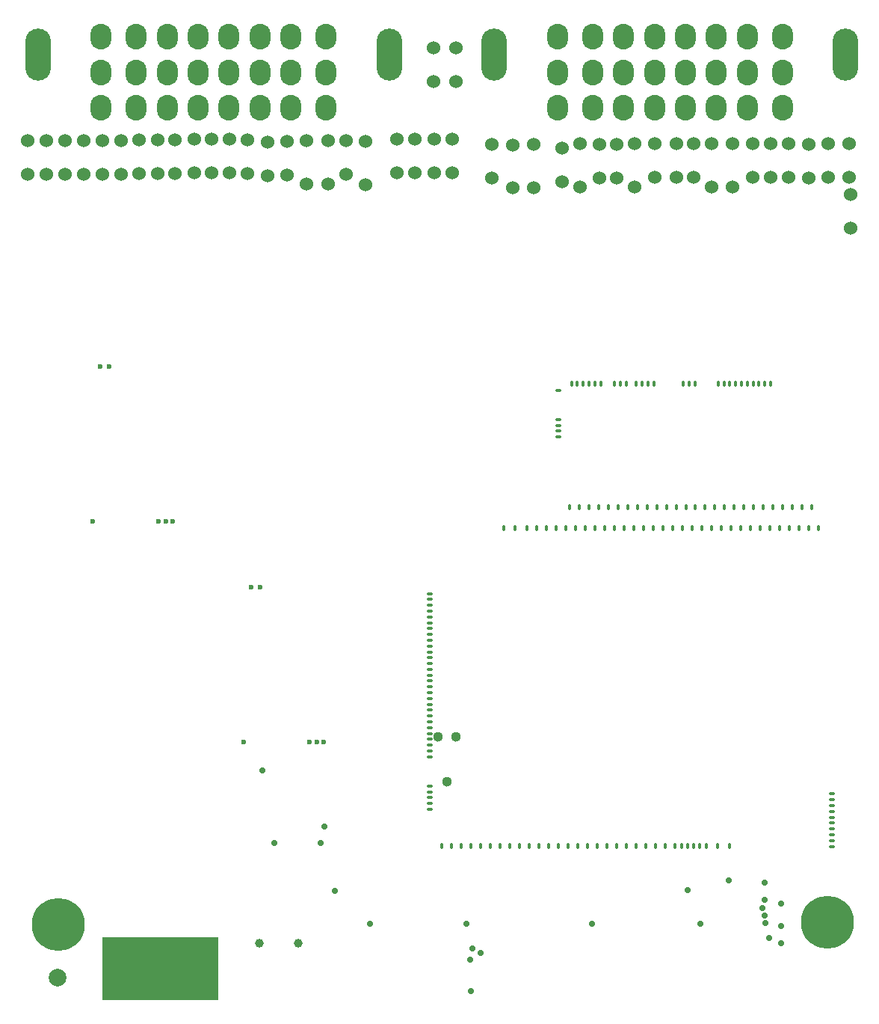
<source format=gbs>
G75*
G70*
%OFA0B0*%
%FSLAX25Y25*%
%IPPOS*%
%LPD*%
%AMOC8*
5,1,8,0,0,1.08239X$1,22.5*
%
%AMM214*
21,1,0.015350,0.009840,-0.000000,-0.000000,270.000000*
21,1,0.000000,0.025200,-0.000000,-0.000000,270.000000*
1,1,0.015350,-0.004920,-0.000000*
1,1,0.015350,-0.004920,-0.000000*
1,1,0.015350,0.004920,-0.000000*
1,1,0.015350,0.004920,-0.000000*
%
%AMM215*
21,1,0.015350,0.009840,-0.000000,-0.000000,180.000000*
21,1,0.000000,0.025200,-0.000000,-0.000000,180.000000*
1,1,0.015350,-0.000000,0.004920*
1,1,0.015350,-0.000000,0.004920*
1,1,0.015350,-0.000000,-0.004920*
1,1,0.015350,-0.000000,-0.004920*
%
%AMM305*
21,1,0.015350,0.009840,-0.000000,-0.000000,90.000000*
21,1,0.000000,0.025200,-0.000000,-0.000000,90.000000*
1,1,0.015350,0.004920,-0.000000*
1,1,0.015350,0.004920,-0.000000*
1,1,0.015350,-0.004920,-0.000000*
1,1,0.015350,-0.004920,-0.000000*
%
%ADD10C,0.02362*%
%ADD121C,0.02913*%
%ADD14C,0.06000*%
%ADD15C,0.23622*%
%ADD16C,0.07874*%
%ADD237C,0.04451*%
%ADD365M214*%
%ADD366M215*%
%ADD460M305*%
%ADD57C,0.03937*%
%ADD68C,0.00472*%
%ADD69O,0.11417X0.23228*%
%ADD70O,0.09449X0.11417*%
X0000000Y0000000D02*
%LPD*%
G01*
D68*
X0038780Y0000787D02*
X0038780Y0028346D01*
X0038780Y0028346D02*
X0089961Y0028346D01*
X0089961Y0028346D02*
X0089961Y0000787D01*
X0089961Y0000787D02*
X0038780Y0000787D01*
G36*
X0089961Y0000787D02*
G01*
X0038780Y0000787D01*
X0038780Y0028346D01*
X0089961Y0028346D01*
X0089961Y0000787D01*
G37*
X0089961Y0000787D02*
X0038780Y0000787D01*
X0038780Y0028346D01*
X0089961Y0028346D01*
X0089961Y0000787D01*
D10*
X0334173Y0052657D03*
X0318129Y0053839D03*
X0341456Y0025591D03*
X0336299Y0028150D03*
X0341456Y0033268D03*
X0334527Y0034547D03*
X0334232Y0037894D03*
X0333385Y0041339D03*
X0341456Y0043504D03*
X0334232Y0045177D03*
D14*
X0302165Y0367106D03*
X0302165Y0382106D03*
D15*
X0018909Y0033933D03*
D14*
X0177953Y0383878D03*
X0177953Y0368878D03*
X0294488Y0367106D03*
X0294488Y0382106D03*
X0095276Y0368878D03*
X0095276Y0383878D03*
X0251772Y0381890D03*
X0251772Y0362598D03*
X0372362Y0344429D03*
X0372362Y0359429D03*
G36*
G01*
X0241339Y0251758D02*
X0242323Y0251758D01*
G75*
G02*
X0242815Y0251266I0000000J-000492D01*
G01*
X0242815Y0251266D01*
G75*
G02*
X0242323Y0250774I-000492J0000000D01*
G01*
X0241339Y0250774D01*
G75*
G02*
X0240846Y0251266I0000000J0000492D01*
G01*
X0240846Y0251266D01*
G75*
G02*
X0241339Y0251758I0000492J0000000D01*
G01*
G37*
G36*
G01*
X0241339Y0254356D02*
X0242323Y0254356D01*
G75*
G02*
X0242815Y0253864I0000000J-000492D01*
G01*
X0242815Y0253864D01*
G75*
G02*
X0242323Y0253372I-000492J0000000D01*
G01*
X0241339Y0253372D01*
G75*
G02*
X0240846Y0253864I0000000J0000492D01*
G01*
X0240846Y0253864D01*
G75*
G02*
X0241339Y0254356I0000492J0000000D01*
G01*
G37*
G36*
G01*
X0241339Y0256955D02*
X0242323Y0256955D01*
G75*
G02*
X0242815Y0256463I0000000J-000492D01*
G01*
X0242815Y0256463D01*
G75*
G02*
X0242323Y0255970I-000492J0000000D01*
G01*
X0241339Y0255970D01*
G75*
G02*
X0240846Y0256463I0000000J0000492D01*
G01*
X0240846Y0256463D01*
G75*
G02*
X0241339Y0256955I0000492J0000000D01*
G01*
G37*
G36*
G01*
X0241339Y0259553D02*
X0242323Y0259553D01*
G75*
G02*
X0242815Y0259061I0000000J-000492D01*
G01*
X0242815Y0259061D01*
G75*
G02*
X0242323Y0258569I-000492J0000000D01*
G01*
X0241339Y0258569D01*
G75*
G02*
X0240846Y0259061I0000000J0000492D01*
G01*
X0240846Y0259061D01*
G75*
G02*
X0241339Y0259553I0000492J0000000D01*
G01*
G37*
G36*
G01*
X0241339Y0272545D02*
X0242323Y0272545D01*
G75*
G02*
X0242815Y0272053I0000000J-000492D01*
G01*
X0242815Y0272053D01*
G75*
G02*
X0242323Y0271561I-000492J0000000D01*
G01*
X0241339Y0271561D01*
G75*
G02*
X0240846Y0272053I0000000J0000492D01*
G01*
X0240846Y0272053D01*
G75*
G02*
X0241339Y0272545I0000492J0000000D01*
G01*
G37*
G36*
G01*
X0354606Y0219400D02*
X0354606Y0220385D01*
G75*
G02*
X0355098Y0220877I0000492J0000000D01*
G01*
X0355098Y0220877D01*
G75*
G02*
X0355591Y0220385I0000000J-000492D01*
G01*
X0355591Y0219400D01*
G75*
G02*
X0355098Y0218908I-000492J0000000D01*
G01*
X0355098Y0218908D01*
G75*
G02*
X0354606Y0219400I0000000J0000492D01*
G01*
G37*
G36*
G01*
X0351260Y0220385D02*
X0351260Y0219400D01*
G75*
G02*
X0350768Y0218908I-000492J0000000D01*
G01*
X0350768Y0218908D01*
G75*
G02*
X0350276Y0219400I0000000J0000492D01*
G01*
X0350276Y0220385D01*
G75*
G02*
X0350768Y0220877I0000492J0000000D01*
G01*
X0350768Y0220877D01*
G75*
G02*
X0351260Y0220385I0000000J-000492D01*
G01*
G37*
G36*
G01*
X0346929Y0220385D02*
X0346929Y0219400D01*
G75*
G02*
X0346437Y0218908I-000492J0000000D01*
G01*
X0346437Y0218908D01*
G75*
G02*
X0345945Y0219400I0000000J0000492D01*
G01*
X0345945Y0220385D01*
G75*
G02*
X0346437Y0220877I0000492J0000000D01*
G01*
X0346437Y0220877D01*
G75*
G02*
X0346929Y0220385I0000000J-000492D01*
G01*
G37*
G36*
G01*
X0342598Y0220385D02*
X0342598Y0219400D01*
G75*
G02*
X0342106Y0218908I-000492J0000000D01*
G01*
X0342106Y0218908D01*
G75*
G02*
X0341614Y0219400I0000000J0000492D01*
G01*
X0341614Y0220385D01*
G75*
G02*
X0342106Y0220877I0000492J0000000D01*
G01*
X0342106Y0220877D01*
G75*
G02*
X0342598Y0220385I0000000J-000492D01*
G01*
G37*
G36*
G01*
X0338268Y0220385D02*
X0338268Y0219400D01*
G75*
G02*
X0337776Y0218908I-000492J0000000D01*
G01*
X0337776Y0218908D01*
G75*
G02*
X0337283Y0219400I0000000J0000492D01*
G01*
X0337283Y0220385D01*
G75*
G02*
X0337776Y0220877I0000492J0000000D01*
G01*
X0337776Y0220877D01*
G75*
G02*
X0338268Y0220385I0000000J-000492D01*
G01*
G37*
G36*
G01*
X0333937Y0220385D02*
X0333937Y0219400D01*
G75*
G02*
X0333445Y0218908I-000492J0000000D01*
G01*
X0333445Y0218908D01*
G75*
G02*
X0332953Y0219400I0000000J0000492D01*
G01*
X0332953Y0220385D01*
G75*
G02*
X0333445Y0220877I0000492J0000000D01*
G01*
X0333445Y0220877D01*
G75*
G02*
X0333937Y0220385I0000000J-000492D01*
G01*
G37*
G36*
G01*
X0329606Y0220385D02*
X0329606Y0219400D01*
G75*
G02*
X0329114Y0218908I-000492J0000000D01*
G01*
X0329114Y0218908D01*
G75*
G02*
X0328622Y0219400I0000000J0000492D01*
G01*
X0328622Y0220385D01*
G75*
G02*
X0329114Y0220877I0000492J0000000D01*
G01*
X0329114Y0220877D01*
G75*
G02*
X0329606Y0220385I0000000J-000492D01*
G01*
G37*
G36*
G01*
X0325276Y0220385D02*
X0325276Y0219400D01*
G75*
G02*
X0324783Y0218908I-000492J0000000D01*
G01*
X0324783Y0218908D01*
G75*
G02*
X0324291Y0219400I0000000J0000492D01*
G01*
X0324291Y0220385D01*
G75*
G02*
X0324783Y0220877I0000492J0000000D01*
G01*
X0324783Y0220877D01*
G75*
G02*
X0325276Y0220385I0000000J-000492D01*
G01*
G37*
G36*
G01*
X0320945Y0220385D02*
X0320945Y0219400D01*
G75*
G02*
X0320453Y0218908I-000492J0000000D01*
G01*
X0320453Y0218908D01*
G75*
G02*
X0319961Y0219400I0000000J0000492D01*
G01*
X0319961Y0220385D01*
G75*
G02*
X0320453Y0220877I0000492J0000000D01*
G01*
X0320453Y0220877D01*
G75*
G02*
X0320945Y0220385I0000000J-000492D01*
G01*
G37*
G36*
G01*
X0316614Y0220385D02*
X0316614Y0219400D01*
G75*
G02*
X0316122Y0218908I-000492J0000000D01*
G01*
X0316122Y0218908D01*
G75*
G02*
X0315630Y0219400I0000000J0000492D01*
G01*
X0315630Y0220385D01*
G75*
G02*
X0316122Y0220877I0000492J0000000D01*
G01*
X0316122Y0220877D01*
G75*
G02*
X0316614Y0220385I0000000J-000492D01*
G01*
G37*
G36*
G01*
X0312284Y0220385D02*
X0312284Y0219400D01*
G75*
G02*
X0311791Y0218908I-000492J0000000D01*
G01*
X0311791Y0218908D01*
G75*
G02*
X0311299Y0219400I0000000J0000492D01*
G01*
X0311299Y0220385D01*
G75*
G02*
X0311791Y0220877I0000492J0000000D01*
G01*
X0311791Y0220877D01*
G75*
G02*
X0312284Y0220385I0000000J-000492D01*
G01*
G37*
G36*
G01*
X0307953Y0220385D02*
X0307953Y0219400D01*
G75*
G02*
X0307461Y0218908I-000492J0000000D01*
G01*
X0307461Y0218908D01*
G75*
G02*
X0306969Y0219400I0000000J0000492D01*
G01*
X0306969Y0220385D01*
G75*
G02*
X0307461Y0220877I0000492J0000000D01*
G01*
X0307461Y0220877D01*
G75*
G02*
X0307953Y0220385I0000000J-000492D01*
G01*
G37*
G36*
G01*
X0303622Y0220385D02*
X0303622Y0219400D01*
G75*
G02*
X0303130Y0218908I-000492J0000000D01*
G01*
X0303130Y0218908D01*
G75*
G02*
X0302638Y0219400I0000000J0000492D01*
G01*
X0302638Y0220385D01*
G75*
G02*
X0303130Y0220877I0000492J0000000D01*
G01*
X0303130Y0220877D01*
G75*
G02*
X0303622Y0220385I0000000J-000492D01*
G01*
G37*
G36*
G01*
X0299291Y0220385D02*
X0299291Y0219400D01*
G75*
G02*
X0298799Y0218908I-000492J0000000D01*
G01*
X0298799Y0218908D01*
G75*
G02*
X0298307Y0219400I0000000J0000492D01*
G01*
X0298307Y0220385D01*
G75*
G02*
X0298799Y0220877I0000492J0000000D01*
G01*
X0298799Y0220877D01*
G75*
G02*
X0299291Y0220385I0000000J-000492D01*
G01*
G37*
G36*
G01*
X0294961Y0220385D02*
X0294961Y0219400D01*
G75*
G02*
X0294469Y0218908I-000492J0000000D01*
G01*
X0294469Y0218908D01*
G75*
G02*
X0293976Y0219400I0000000J0000492D01*
G01*
X0293976Y0220385D01*
G75*
G02*
X0294469Y0220877I0000492J0000000D01*
G01*
X0294469Y0220877D01*
G75*
G02*
X0294961Y0220385I0000000J-000492D01*
G01*
G37*
G36*
G01*
X0290630Y0220385D02*
X0290630Y0219400D01*
G75*
G02*
X0290138Y0218908I-000492J0000000D01*
G01*
X0290138Y0218908D01*
G75*
G02*
X0289646Y0219400I0000000J0000492D01*
G01*
X0289646Y0220385D01*
G75*
G02*
X0290138Y0220877I0000492J0000000D01*
G01*
X0290138Y0220877D01*
G75*
G02*
X0290630Y0220385I0000000J-000492D01*
G01*
G37*
G36*
G01*
X0286299Y0220385D02*
X0286299Y0219400D01*
G75*
G02*
X0285807Y0218908I-000492J0000000D01*
G01*
X0285807Y0218908D01*
G75*
G02*
X0285315Y0219400I0000000J0000492D01*
G01*
X0285315Y0220385D01*
G75*
G02*
X0285807Y0220877I0000492J0000000D01*
G01*
X0285807Y0220877D01*
G75*
G02*
X0286299Y0220385I0000000J-000492D01*
G01*
G37*
G36*
G01*
X0281969Y0220385D02*
X0281969Y0219400D01*
G75*
G02*
X0281476Y0218908I-000492J0000000D01*
G01*
X0281476Y0218908D01*
G75*
G02*
X0280984Y0219400I0000000J0000492D01*
G01*
X0280984Y0220385D01*
G75*
G02*
X0281476Y0220877I0000492J0000000D01*
G01*
X0281476Y0220877D01*
G75*
G02*
X0281969Y0220385I0000000J-000492D01*
G01*
G37*
G36*
G01*
X0277638Y0220385D02*
X0277638Y0219400D01*
G75*
G02*
X0277146Y0218908I-000492J0000000D01*
G01*
X0277146Y0218908D01*
G75*
G02*
X0276654Y0219400I0000000J0000492D01*
G01*
X0276654Y0220385D01*
G75*
G02*
X0277146Y0220877I0000492J0000000D01*
G01*
X0277146Y0220877D01*
G75*
G02*
X0277638Y0220385I0000000J-000492D01*
G01*
G37*
G36*
G01*
X0273307Y0220385D02*
X0273307Y0219400D01*
G75*
G02*
X0272815Y0218908I-000492J0000000D01*
G01*
X0272815Y0218908D01*
G75*
G02*
X0272323Y0219400I0000000J0000492D01*
G01*
X0272323Y0220385D01*
G75*
G02*
X0272815Y0220877I0000492J0000000D01*
G01*
X0272815Y0220877D01*
G75*
G02*
X0273307Y0220385I0000000J-000492D01*
G01*
G37*
G36*
G01*
X0268977Y0220385D02*
X0268977Y0219400D01*
G75*
G02*
X0268484Y0218908I-000492J0000000D01*
G01*
X0268484Y0218908D01*
G75*
G02*
X0267992Y0219400I0000000J0000492D01*
G01*
X0267992Y0220385D01*
G75*
G02*
X0268484Y0220877I0000492J0000000D01*
G01*
X0268484Y0220877D01*
G75*
G02*
X0268977Y0220385I0000000J-000492D01*
G01*
G37*
G36*
G01*
X0264646Y0220385D02*
X0264646Y0219400D01*
G75*
G02*
X0264154Y0218908I-000492J0000000D01*
G01*
X0264154Y0218908D01*
G75*
G02*
X0263662Y0219400I0000000J0000492D01*
G01*
X0263662Y0220385D01*
G75*
G02*
X0264154Y0220877I0000492J0000000D01*
G01*
X0264154Y0220877D01*
G75*
G02*
X0264646Y0220385I0000000J-000492D01*
G01*
G37*
G36*
G01*
X0260315Y0220385D02*
X0260315Y0219400D01*
G75*
G02*
X0259823Y0218908I-000492J0000000D01*
G01*
X0259823Y0218908D01*
G75*
G02*
X0259331Y0219400I0000000J0000492D01*
G01*
X0259331Y0220385D01*
G75*
G02*
X0259823Y0220877I0000492J0000000D01*
G01*
X0259823Y0220877D01*
G75*
G02*
X0260315Y0220385I0000000J-000492D01*
G01*
G37*
G36*
G01*
X0255984Y0220385D02*
X0255984Y0219400D01*
G75*
G02*
X0255492Y0218908I-000492J0000000D01*
G01*
X0255492Y0218908D01*
G75*
G02*
X0255000Y0219400I0000000J0000492D01*
G01*
X0255000Y0220385D01*
G75*
G02*
X0255492Y0220877I0000492J0000000D01*
G01*
X0255492Y0220877D01*
G75*
G02*
X0255984Y0220385I0000000J-000492D01*
G01*
G37*
G36*
G01*
X0251654Y0220385D02*
X0251654Y0219400D01*
G75*
G02*
X0251162Y0218908I-000492J0000000D01*
G01*
X0251162Y0218908D01*
G75*
G02*
X0250669Y0219400I0000000J0000492D01*
G01*
X0250669Y0220385D01*
G75*
G02*
X0251162Y0220877I0000492J0000000D01*
G01*
X0251162Y0220877D01*
G75*
G02*
X0251654Y0220385I0000000J-000492D01*
G01*
G37*
G36*
G01*
X0247323Y0220385D02*
X0247323Y0219400D01*
G75*
G02*
X0246831Y0218908I-000492J0000000D01*
G01*
X0246831Y0218908D01*
G75*
G02*
X0246339Y0219400I0000000J0000492D01*
G01*
X0246339Y0220385D01*
G75*
G02*
X0246831Y0220877I0000492J0000000D01*
G01*
X0246831Y0220877D01*
G75*
G02*
X0247323Y0220385I0000000J-000492D01*
G01*
G37*
G36*
G01*
X0248311Y0275353D02*
X0248311Y0274369D01*
G75*
G02*
X0247819Y0273877I-000492J0000000D01*
G01*
X0247819Y0273877D01*
G75*
G02*
X0247327Y0274369I0000000J0000492D01*
G01*
X0247327Y0275353D01*
G75*
G02*
X0247819Y0275845I0000492J0000000D01*
G01*
X0247819Y0275845D01*
G75*
G02*
X0248311Y0275353I0000000J-000492D01*
G01*
G37*
G36*
G01*
X0250909Y0275353D02*
X0250909Y0274369D01*
G75*
G02*
X0250417Y0273877I-000492J0000000D01*
G01*
X0250417Y0273877D01*
G75*
G02*
X0249925Y0274369I0000000J0000492D01*
G01*
X0249925Y0275353D01*
G75*
G02*
X0250417Y0275845I0000492J0000000D01*
G01*
X0250417Y0275845D01*
G75*
G02*
X0250909Y0275353I0000000J-000492D01*
G01*
G37*
G36*
G01*
X0253508Y0275353D02*
X0253508Y0274369D01*
G75*
G02*
X0253016Y0273877I-000492J0000000D01*
G01*
X0253016Y0273877D01*
G75*
G02*
X0252524Y0274369I0000000J0000492D01*
G01*
X0252524Y0275353D01*
G75*
G02*
X0253016Y0275845I0000492J0000000D01*
G01*
X0253016Y0275845D01*
G75*
G02*
X0253508Y0275353I0000000J-000492D01*
G01*
G37*
G36*
G01*
X0256106Y0275353D02*
X0256106Y0274369D01*
G75*
G02*
X0255614Y0273877I-000492J0000000D01*
G01*
X0255614Y0273877D01*
G75*
G02*
X0255122Y0274369I0000000J0000492D01*
G01*
X0255122Y0275353D01*
G75*
G02*
X0255614Y0275845I0000492J0000000D01*
G01*
X0255614Y0275845D01*
G75*
G02*
X0256106Y0275353I0000000J-000492D01*
G01*
G37*
G36*
G01*
X0258705Y0275353D02*
X0258705Y0274369D01*
G75*
G02*
X0258213Y0273877I-000492J0000000D01*
G01*
X0258213Y0273877D01*
G75*
G02*
X0257720Y0274369I0000000J0000492D01*
G01*
X0257720Y0275353D01*
G75*
G02*
X0258213Y0275845I0000492J0000000D01*
G01*
X0258213Y0275845D01*
G75*
G02*
X0258705Y0275353I0000000J-000492D01*
G01*
G37*
G36*
G01*
X0261303Y0275353D02*
X0261303Y0274369D01*
G75*
G02*
X0260811Y0273877I-000492J0000000D01*
G01*
X0260811Y0273877D01*
G75*
G02*
X0260319Y0274369I0000000J0000492D01*
G01*
X0260319Y0275353D01*
G75*
G02*
X0260811Y0275845I0000492J0000000D01*
G01*
X0260811Y0275845D01*
G75*
G02*
X0261303Y0275353I0000000J-000492D01*
G01*
G37*
G36*
G01*
X0267606Y0275353D02*
X0267606Y0274369D01*
G75*
G02*
X0267114Y0273877I-000492J0000000D01*
G01*
X0267114Y0273877D01*
G75*
G02*
X0266622Y0274369I0000000J0000492D01*
G01*
X0266622Y0275353D01*
G75*
G02*
X0267114Y0275845I0000492J0000000D01*
G01*
X0267114Y0275845D01*
G75*
G02*
X0267606Y0275353I0000000J-000492D01*
G01*
G37*
G36*
G01*
X0270205Y0275353D02*
X0270205Y0274369D01*
G75*
G02*
X0269713Y0273877I-000492J0000000D01*
G01*
X0269713Y0273877D01*
G75*
G02*
X0269220Y0274369I0000000J0000492D01*
G01*
X0269220Y0275353D01*
G75*
G02*
X0269713Y0275845I0000492J0000000D01*
G01*
X0269713Y0275845D01*
G75*
G02*
X0270205Y0275353I0000000J-000492D01*
G01*
G37*
G36*
G01*
X0272803Y0275353D02*
X0272803Y0274369D01*
G75*
G02*
X0272311Y0273877I-000492J0000000D01*
G01*
X0272311Y0273877D01*
G75*
G02*
X0271819Y0274369I0000000J0000492D01*
G01*
X0271819Y0275353D01*
G75*
G02*
X0272311Y0275845I0000492J0000000D01*
G01*
X0272311Y0275845D01*
G75*
G02*
X0272803Y0275353I0000000J-000492D01*
G01*
G37*
G36*
G01*
X0277216Y0275353D02*
X0277216Y0274369D01*
G75*
G02*
X0276724Y0273877I-000492J0000000D01*
G01*
X0276724Y0273877D01*
G75*
G02*
X0276232Y0274369I0000000J0000492D01*
G01*
X0276232Y0275353D01*
G75*
G02*
X0276724Y0275845I0000492J0000000D01*
G01*
X0276724Y0275845D01*
G75*
G02*
X0277216Y0275353I0000000J-000492D01*
G01*
G37*
G36*
G01*
X0279815Y0275353D02*
X0279815Y0274369D01*
G75*
G02*
X0279322Y0273877I-000492J0000000D01*
G01*
X0279322Y0273877D01*
G75*
G02*
X0278830Y0274369I0000000J0000492D01*
G01*
X0278830Y0275353D01*
G75*
G02*
X0279322Y0275845I0000492J0000000D01*
G01*
X0279322Y0275845D01*
G75*
G02*
X0279815Y0275353I0000000J-000492D01*
G01*
G37*
G36*
G01*
X0282413Y0275353D02*
X0282413Y0274369D01*
G75*
G02*
X0281921Y0273877I-000492J0000000D01*
G01*
X0281921Y0273877D01*
G75*
G02*
X0281429Y0274369I0000000J0000492D01*
G01*
X0281429Y0275353D01*
G75*
G02*
X0281921Y0275845I0000492J0000000D01*
G01*
X0281921Y0275845D01*
G75*
G02*
X0282413Y0275353I0000000J-000492D01*
G01*
G37*
G36*
G01*
X0285011Y0275353D02*
X0285011Y0274369D01*
G75*
G02*
X0284519Y0273877I-000492J0000000D01*
G01*
X0284519Y0273877D01*
G75*
G02*
X0284027Y0274369I0000000J0000492D01*
G01*
X0284027Y0275353D01*
G75*
G02*
X0284519Y0275845I0000492J0000000D01*
G01*
X0284519Y0275845D01*
G75*
G02*
X0285011Y0275353I0000000J-000492D01*
G01*
G37*
G36*
G01*
X0298106Y0275353D02*
X0298106Y0274369D01*
G75*
G02*
X0297614Y0273877I-000492J0000000D01*
G01*
X0297614Y0273877D01*
G75*
G02*
X0297122Y0274369I0000000J0000492D01*
G01*
X0297122Y0275353D01*
G75*
G02*
X0297614Y0275845I0000492J0000000D01*
G01*
X0297614Y0275845D01*
G75*
G02*
X0298106Y0275353I0000000J-000492D01*
G01*
G37*
G36*
G01*
X0300705Y0275353D02*
X0300705Y0274369D01*
G75*
G02*
X0300213Y0273877I-000492J0000000D01*
G01*
X0300213Y0273877D01*
G75*
G02*
X0299720Y0274369I0000000J0000492D01*
G01*
X0299720Y0275353D01*
G75*
G02*
X0300213Y0275845I0000492J0000000D01*
G01*
X0300213Y0275845D01*
G75*
G02*
X0300705Y0275353I0000000J-000492D01*
G01*
G37*
G36*
G01*
X0303303Y0275353D02*
X0303303Y0274369D01*
G75*
G02*
X0302811Y0273877I-000492J0000000D01*
G01*
X0302811Y0273877D01*
G75*
G02*
X0302319Y0274369I0000000J0000492D01*
G01*
X0302319Y0275353D01*
G75*
G02*
X0302811Y0275845I0000492J0000000D01*
G01*
X0302811Y0275845D01*
G75*
G02*
X0303303Y0275353I0000000J-000492D01*
G01*
G37*
G36*
G01*
X0313720Y0275353D02*
X0313720Y0274369D01*
G75*
G02*
X0313228Y0273877I-000492J0000000D01*
G01*
X0313228Y0273877D01*
G75*
G02*
X0312736Y0274369I0000000J0000492D01*
G01*
X0312736Y0275353D01*
G75*
G02*
X0313228Y0275845I0000492J0000000D01*
G01*
X0313228Y0275845D01*
G75*
G02*
X0313720Y0275353I0000000J-000492D01*
G01*
G37*
G36*
G01*
X0316319Y0275353D02*
X0316319Y0274369D01*
G75*
G02*
X0315827Y0273877I-000492J0000000D01*
G01*
X0315827Y0273877D01*
G75*
G02*
X0315335Y0274369I0000000J0000492D01*
G01*
X0315335Y0275353D01*
G75*
G02*
X0315827Y0275845I0000492J0000000D01*
G01*
X0315827Y0275845D01*
G75*
G02*
X0316319Y0275353I0000000J-000492D01*
G01*
G37*
G36*
G01*
X0318917Y0275353D02*
X0318917Y0274369D01*
G75*
G02*
X0318425Y0273877I-000492J0000000D01*
G01*
X0318425Y0273877D01*
G75*
G02*
X0317933Y0274369I0000000J0000492D01*
G01*
X0317933Y0275353D01*
G75*
G02*
X0318425Y0275845I0000492J0000000D01*
G01*
X0318425Y0275845D01*
G75*
G02*
X0318917Y0275353I0000000J-000492D01*
G01*
G37*
G36*
G01*
X0321516Y0275353D02*
X0321516Y0274369D01*
G75*
G02*
X0321024Y0273877I-000492J0000000D01*
G01*
X0321024Y0273877D01*
G75*
G02*
X0320531Y0274369I0000000J0000492D01*
G01*
X0320531Y0275353D01*
G75*
G02*
X0321024Y0275845I0000492J0000000D01*
G01*
X0321024Y0275845D01*
G75*
G02*
X0321516Y0275353I0000000J-000492D01*
G01*
G37*
G36*
G01*
X0324114Y0275353D02*
X0324114Y0274369D01*
G75*
G02*
X0323622Y0273877I-000492J0000000D01*
G01*
X0323622Y0273877D01*
G75*
G02*
X0323130Y0274369I0000000J0000492D01*
G01*
X0323130Y0275353D01*
G75*
G02*
X0323622Y0275845I0000492J0000000D01*
G01*
X0323622Y0275845D01*
G75*
G02*
X0324114Y0275353I0000000J-000492D01*
G01*
G37*
G36*
G01*
X0326713Y0275353D02*
X0326713Y0274369D01*
G75*
G02*
X0326220Y0273877I-000492J0000000D01*
G01*
X0326220Y0273877D01*
G75*
G02*
X0325728Y0274369I0000000J0000492D01*
G01*
X0325728Y0275353D01*
G75*
G02*
X0326220Y0275845I0000492J0000000D01*
G01*
X0326220Y0275845D01*
G75*
G02*
X0326713Y0275353I0000000J-000492D01*
G01*
G37*
G36*
G01*
X0329311Y0275353D02*
X0329311Y0274369D01*
G75*
G02*
X0328819Y0273877I-000492J0000000D01*
G01*
X0328819Y0273877D01*
G75*
G02*
X0328327Y0274369I0000000J0000492D01*
G01*
X0328327Y0275353D01*
G75*
G02*
X0328819Y0275845I0000492J0000000D01*
G01*
X0328819Y0275845D01*
G75*
G02*
X0329311Y0275353I0000000J-000492D01*
G01*
G37*
G36*
G01*
X0331909Y0275353D02*
X0331909Y0274369D01*
G75*
G02*
X0331417Y0273877I-000492J0000000D01*
G01*
X0331417Y0273877D01*
G75*
G02*
X0330925Y0274369I0000000J0000492D01*
G01*
X0330925Y0275353D01*
G75*
G02*
X0331417Y0275845I0000492J0000000D01*
G01*
X0331417Y0275845D01*
G75*
G02*
X0331909Y0275353I0000000J-000492D01*
G01*
G37*
G36*
G01*
X0334508Y0275353D02*
X0334508Y0274369D01*
G75*
G02*
X0334016Y0273877I-000492J0000000D01*
G01*
X0334016Y0273877D01*
G75*
G02*
X0333524Y0274369I0000000J0000492D01*
G01*
X0333524Y0275353D01*
G75*
G02*
X0334016Y0275845I0000492J0000000D01*
G01*
X0334016Y0275845D01*
G75*
G02*
X0334508Y0275353I0000000J-000492D01*
G01*
G37*
G36*
G01*
X0337106Y0275353D02*
X0337106Y0274369D01*
G75*
G02*
X0336614Y0273877I-000492J0000000D01*
G01*
X0336614Y0273877D01*
G75*
G02*
X0336122Y0274369I0000000J0000492D01*
G01*
X0336122Y0275353D01*
G75*
G02*
X0336614Y0275845I0000492J0000000D01*
G01*
X0336614Y0275845D01*
G75*
G02*
X0337106Y0275353I0000000J-000492D01*
G01*
G37*
D69*
X0166535Y0421654D03*
X0009843Y0421654D03*
D70*
X0037992Y0398031D03*
X0053740Y0398031D03*
X0067520Y0398031D03*
X0081299Y0398031D03*
X0095079Y0398031D03*
X0108858Y0398031D03*
X0122638Y0398031D03*
X0138386Y0398031D03*
X0037992Y0413780D03*
X0053740Y0413780D03*
X0067520Y0413780D03*
X0081299Y0413780D03*
X0095079Y0413780D03*
X0108858Y0413780D03*
X0122638Y0413780D03*
X0138386Y0413780D03*
X0037992Y0429528D03*
X0053740Y0429528D03*
X0067520Y0429528D03*
X0081299Y0429528D03*
X0095079Y0429528D03*
X0108858Y0429528D03*
X0122638Y0429528D03*
X0138386Y0429528D03*
D14*
X0186417Y0409823D03*
X0186417Y0424823D03*
X0362402Y0366909D03*
X0362402Y0381909D03*
X0170079Y0368878D03*
X0170079Y0383878D03*
D57*
X0125984Y0025591D03*
X0108661Y0025591D03*
D14*
X0013583Y0368353D03*
X0013583Y0383353D03*
X0267913Y0366713D03*
X0267913Y0381713D03*
X0087402Y0368878D03*
X0087402Y0383878D03*
X0284843Y0366909D03*
X0284843Y0381909D03*
X0047047Y0368484D03*
X0047047Y0383484D03*
D10*
X0203740Y0023327D03*
X0207185Y0021260D03*
X0202559Y0018307D03*
X0202854Y0004331D03*
X0109992Y0102693D03*
X0115208Y0070311D03*
X0135809Y0070380D03*
X0137748Y0077791D03*
X0142177Y0048854D03*
X0101476Y0115354D03*
X0131004Y0115354D03*
X0134154Y0115354D03*
X0137303Y0115354D03*
X0108957Y0184350D03*
X0105020Y0184350D03*
D14*
X0260236Y0366713D03*
X0260236Y0381713D03*
X0112205Y0367697D03*
X0112205Y0382697D03*
X0038780Y0368484D03*
X0038780Y0383484D03*
X0129528Y0383464D03*
X0129528Y0364173D03*
X0005305Y0368353D03*
X0005305Y0383353D03*
X0055118Y0368681D03*
X0055118Y0383681D03*
X0212402Y0366713D03*
X0212402Y0381713D03*
X0103346Y0368681D03*
X0103346Y0383681D03*
X0319669Y0381870D03*
X0319669Y0362579D03*
X0353543Y0381713D03*
X0353543Y0366713D03*
X0063189Y0368681D03*
X0063189Y0383681D03*
X0275984Y0381890D03*
X0275984Y0362598D03*
X0022047Y0368287D03*
X0022047Y0383287D03*
X0120866Y0367894D03*
X0120866Y0382894D03*
D15*
X0362000Y0034933D03*
D14*
X0071063Y0368681D03*
X0071063Y0383681D03*
X0079528Y0368878D03*
X0079528Y0383878D03*
X0155906Y0383071D03*
X0155906Y0363779D03*
X0147441Y0368484D03*
X0147441Y0383484D03*
X0186614Y0368878D03*
X0186614Y0383878D03*
G36*
G01*
X0184096Y0085841D02*
X0185081Y0085841D01*
G75*
G02*
X0185573Y0085349I0000000J-000492D01*
G01*
X0185573Y0085349D01*
G75*
G02*
X0185081Y0084857I-000492J0000000D01*
G01*
X0184096Y0084857D01*
G75*
G02*
X0183604Y0085349I0000000J0000492D01*
G01*
X0183604Y0085349D01*
G75*
G02*
X0184096Y0085841I0000492J0000000D01*
G01*
G37*
G36*
G01*
X0185081Y0087455D02*
X0184096Y0087455D01*
G75*
G02*
X0183604Y0087947I0000000J0000492D01*
G01*
X0183604Y0087947D01*
G75*
G02*
X0184096Y0088439I0000492J0000000D01*
G01*
X0185081Y0088439D01*
G75*
G02*
X0185573Y0087947I0000000J-000492D01*
G01*
X0185573Y0087947D01*
G75*
G02*
X0185081Y0087455I-000492J0000000D01*
G01*
G37*
G36*
G01*
X0185081Y0090054D02*
X0184096Y0090054D01*
G75*
G02*
X0183604Y0090546I0000000J0000492D01*
G01*
X0183604Y0090546D01*
G75*
G02*
X0184096Y0091038I0000492J0000000D01*
G01*
X0185081Y0091038D01*
G75*
G02*
X0185573Y0090546I0000000J-000492D01*
G01*
X0185573Y0090546D01*
G75*
G02*
X0185081Y0090054I-000492J0000000D01*
G01*
G37*
G36*
G01*
X0185081Y0092652D02*
X0184096Y0092652D01*
G75*
G02*
X0183604Y0093144I0000000J0000492D01*
G01*
X0183604Y0093144D01*
G75*
G02*
X0184096Y0093636I0000492J0000000D01*
G01*
X0185081Y0093636D01*
G75*
G02*
X0185573Y0093144I0000000J-000492D01*
G01*
X0185573Y0093144D01*
G75*
G02*
X0185081Y0092652I-000492J0000000D01*
G01*
G37*
G36*
G01*
X0185081Y0095250D02*
X0184096Y0095250D01*
G75*
G02*
X0183604Y0095743I0000000J0000492D01*
G01*
X0183604Y0095743D01*
G75*
G02*
X0184096Y0096235I0000492J0000000D01*
G01*
X0185081Y0096235D01*
G75*
G02*
X0185573Y0095743I0000000J-000492D01*
G01*
X0185573Y0095743D01*
G75*
G02*
X0185081Y0095250I-000492J0000000D01*
G01*
G37*
G36*
G01*
X0185081Y0108243D02*
X0184096Y0108243D01*
G75*
G02*
X0183604Y0108735I0000000J0000492D01*
G01*
X0183604Y0108735D01*
G75*
G02*
X0184096Y0109227I0000492J0000000D01*
G01*
X0185081Y0109227D01*
G75*
G02*
X0185573Y0108735I0000000J-000492D01*
G01*
X0185573Y0108735D01*
G75*
G02*
X0185081Y0108243I-000492J0000000D01*
G01*
G37*
G36*
G01*
X0185081Y0110841D02*
X0184096Y0110841D01*
G75*
G02*
X0183604Y0111333I0000000J0000492D01*
G01*
X0183604Y0111333D01*
G75*
G02*
X0184096Y0111825I0000492J0000000D01*
G01*
X0185081Y0111825D01*
G75*
G02*
X0185573Y0111333I0000000J-000492D01*
G01*
X0185573Y0111333D01*
G75*
G02*
X0185081Y0110841I-000492J0000000D01*
G01*
G37*
G36*
G01*
X0185081Y0113439D02*
X0184096Y0113439D01*
G75*
G02*
X0183604Y0113932I0000000J0000492D01*
G01*
X0183604Y0113932D01*
G75*
G02*
X0184096Y0114424I0000492J0000000D01*
G01*
X0185081Y0114424D01*
G75*
G02*
X0185573Y0113932I0000000J-000492D01*
G01*
X0185573Y0113932D01*
G75*
G02*
X0185081Y0113439I-000492J0000000D01*
G01*
G37*
G36*
G01*
X0185081Y0116038D02*
X0184096Y0116038D01*
G75*
G02*
X0183604Y0116530I0000000J0000492D01*
G01*
X0183604Y0116530D01*
G75*
G02*
X0184096Y0117022I0000492J0000000D01*
G01*
X0185081Y0117022D01*
G75*
G02*
X0185573Y0116530I0000000J-000492D01*
G01*
X0185573Y0116530D01*
G75*
G02*
X0185081Y0116038I-000492J0000000D01*
G01*
G37*
G36*
G01*
X0185081Y0118636D02*
X0184096Y0118636D01*
G75*
G02*
X0183604Y0119128I0000000J0000492D01*
G01*
X0183604Y0119128D01*
G75*
G02*
X0184096Y0119621I0000492J0000000D01*
G01*
X0185081Y0119621D01*
G75*
G02*
X0185573Y0119128I0000000J-000492D01*
G01*
X0185573Y0119128D01*
G75*
G02*
X0185081Y0118636I-000492J0000000D01*
G01*
G37*
G36*
G01*
X0185081Y0121235D02*
X0184096Y0121235D01*
G75*
G02*
X0183604Y0121727I0000000J0000492D01*
G01*
X0183604Y0121727D01*
G75*
G02*
X0184096Y0122219I0000492J0000000D01*
G01*
X0185081Y0122219D01*
G75*
G02*
X0185573Y0121727I0000000J-000492D01*
G01*
X0185573Y0121727D01*
G75*
G02*
X0185081Y0121235I-000492J0000000D01*
G01*
G37*
G36*
G01*
X0185081Y0123833D02*
X0184096Y0123833D01*
G75*
G02*
X0183604Y0124325I0000000J0000492D01*
G01*
X0183604Y0124325D01*
G75*
G02*
X0184096Y0124817I0000492J0000000D01*
G01*
X0185081Y0124817D01*
G75*
G02*
X0185573Y0124325I0000000J-000492D01*
G01*
X0185573Y0124325D01*
G75*
G02*
X0185081Y0123833I-000492J0000000D01*
G01*
G37*
G36*
G01*
X0185081Y0126432D02*
X0184096Y0126432D01*
G75*
G02*
X0183604Y0126924I0000000J0000492D01*
G01*
X0183604Y0126924D01*
G75*
G02*
X0184096Y0127416I0000492J0000000D01*
G01*
X0185081Y0127416D01*
G75*
G02*
X0185573Y0126924I0000000J-000492D01*
G01*
X0185573Y0126924D01*
G75*
G02*
X0185081Y0126432I-000492J0000000D01*
G01*
G37*
G36*
G01*
X0185081Y0129030D02*
X0184096Y0129030D01*
G75*
G02*
X0183604Y0129522I0000000J0000492D01*
G01*
X0183604Y0129522D01*
G75*
G02*
X0184096Y0130014I0000492J0000000D01*
G01*
X0185081Y0130014D01*
G75*
G02*
X0185573Y0129522I0000000J-000492D01*
G01*
X0185573Y0129522D01*
G75*
G02*
X0185081Y0129030I-000492J0000000D01*
G01*
G37*
G36*
G01*
X0185081Y0131628D02*
X0184096Y0131628D01*
G75*
G02*
X0183604Y0132121I0000000J0000492D01*
G01*
X0183604Y0132121D01*
G75*
G02*
X0184096Y0132613I0000492J0000000D01*
G01*
X0185081Y0132613D01*
G75*
G02*
X0185573Y0132121I0000000J-000492D01*
G01*
X0185573Y0132121D01*
G75*
G02*
X0185081Y0131628I-000492J0000000D01*
G01*
G37*
G36*
G01*
X0185081Y0134227D02*
X0184096Y0134227D01*
G75*
G02*
X0183604Y0134719I0000000J0000492D01*
G01*
X0183604Y0134719D01*
G75*
G02*
X0184096Y0135211I0000492J0000000D01*
G01*
X0185081Y0135211D01*
G75*
G02*
X0185573Y0134719I0000000J-000492D01*
G01*
X0185573Y0134719D01*
G75*
G02*
X0185081Y0134227I-000492J0000000D01*
G01*
G37*
G36*
G01*
X0185081Y0136825D02*
X0184096Y0136825D01*
G75*
G02*
X0183604Y0137317I0000000J0000492D01*
G01*
X0183604Y0137317D01*
G75*
G02*
X0184096Y0137810I0000492J0000000D01*
G01*
X0185081Y0137810D01*
G75*
G02*
X0185573Y0137317I0000000J-000492D01*
G01*
X0185573Y0137317D01*
G75*
G02*
X0185081Y0136825I-000492J0000000D01*
G01*
G37*
G36*
G01*
X0185081Y0139424D02*
X0184096Y0139424D01*
G75*
G02*
X0183604Y0139916I0000000J0000492D01*
G01*
X0183604Y0139916D01*
G75*
G02*
X0184096Y0140408I0000492J0000000D01*
G01*
X0185081Y0140408D01*
G75*
G02*
X0185573Y0139916I0000000J-000492D01*
G01*
X0185573Y0139916D01*
G75*
G02*
X0185081Y0139424I-000492J0000000D01*
G01*
G37*
G36*
G01*
X0185081Y0142022D02*
X0184096Y0142022D01*
G75*
G02*
X0183604Y0142514I0000000J0000492D01*
G01*
X0183604Y0142514D01*
G75*
G02*
X0184096Y0143006I0000492J0000000D01*
G01*
X0185081Y0143006D01*
G75*
G02*
X0185573Y0142514I0000000J-000492D01*
G01*
X0185573Y0142514D01*
G75*
G02*
X0185081Y0142022I-000492J0000000D01*
G01*
G37*
G36*
G01*
X0185081Y0144621D02*
X0184096Y0144621D01*
G75*
G02*
X0183604Y0145113I0000000J0000492D01*
G01*
X0183604Y0145113D01*
G75*
G02*
X0184096Y0145605I0000492J0000000D01*
G01*
X0185081Y0145605D01*
G75*
G02*
X0185573Y0145113I0000000J-000492D01*
G01*
X0185573Y0145113D01*
G75*
G02*
X0185081Y0144621I-000492J0000000D01*
G01*
G37*
G36*
G01*
X0185081Y0147219D02*
X0184096Y0147219D01*
G75*
G02*
X0183604Y0147711I0000000J0000492D01*
G01*
X0183604Y0147711D01*
G75*
G02*
X0184096Y0148203I0000492J0000000D01*
G01*
X0185081Y0148203D01*
G75*
G02*
X0185573Y0147711I0000000J-000492D01*
G01*
X0185573Y0147711D01*
G75*
G02*
X0185081Y0147219I-000492J0000000D01*
G01*
G37*
G36*
G01*
X0185081Y0149817D02*
X0184096Y0149817D01*
G75*
G02*
X0183604Y0150310I0000000J0000492D01*
G01*
X0183604Y0150310D01*
G75*
G02*
X0184096Y0150802I0000492J0000000D01*
G01*
X0185081Y0150802D01*
G75*
G02*
X0185573Y0150310I0000000J-000492D01*
G01*
X0185573Y0150310D01*
G75*
G02*
X0185081Y0149817I-000492J0000000D01*
G01*
G37*
G36*
G01*
X0185081Y0152416D02*
X0184096Y0152416D01*
G75*
G02*
X0183604Y0152908I0000000J0000492D01*
G01*
X0183604Y0152908D01*
G75*
G02*
X0184096Y0153400I0000492J0000000D01*
G01*
X0185081Y0153400D01*
G75*
G02*
X0185573Y0152908I0000000J-000492D01*
G01*
X0185573Y0152908D01*
G75*
G02*
X0185081Y0152416I-000492J0000000D01*
G01*
G37*
G36*
G01*
X0185081Y0155014D02*
X0184096Y0155014D01*
G75*
G02*
X0183604Y0155506I0000000J0000492D01*
G01*
X0183604Y0155506D01*
G75*
G02*
X0184096Y0155999I0000492J0000000D01*
G01*
X0185081Y0155999D01*
G75*
G02*
X0185573Y0155506I0000000J-000492D01*
G01*
X0185573Y0155506D01*
G75*
G02*
X0185081Y0155014I-000492J0000000D01*
G01*
G37*
G36*
G01*
X0185081Y0157613D02*
X0184096Y0157613D01*
G75*
G02*
X0183604Y0158105I0000000J0000492D01*
G01*
X0183604Y0158105D01*
G75*
G02*
X0184096Y0158597I0000492J0000000D01*
G01*
X0185081Y0158597D01*
G75*
G02*
X0185573Y0158105I0000000J-000492D01*
G01*
X0185573Y0158105D01*
G75*
G02*
X0185081Y0157613I-000492J0000000D01*
G01*
G37*
G36*
G01*
X0185081Y0160211D02*
X0184096Y0160211D01*
G75*
G02*
X0183604Y0160703I0000000J0000492D01*
G01*
X0183604Y0160703D01*
G75*
G02*
X0184096Y0161195I0000492J0000000D01*
G01*
X0185081Y0161195D01*
G75*
G02*
X0185573Y0160703I0000000J-000492D01*
G01*
X0185573Y0160703D01*
G75*
G02*
X0185081Y0160211I-000492J0000000D01*
G01*
G37*
G36*
G01*
X0185081Y0162810D02*
X0184096Y0162810D01*
G75*
G02*
X0183604Y0163302I0000000J0000492D01*
G01*
X0183604Y0163302D01*
G75*
G02*
X0184096Y0163794I0000492J0000000D01*
G01*
X0185081Y0163794D01*
G75*
G02*
X0185573Y0163302I0000000J-000492D01*
G01*
X0185573Y0163302D01*
G75*
G02*
X0185081Y0162810I-000492J0000000D01*
G01*
G37*
G36*
G01*
X0185081Y0165408D02*
X0184096Y0165408D01*
G75*
G02*
X0183604Y0165900I0000000J0000492D01*
G01*
X0183604Y0165900D01*
G75*
G02*
X0184096Y0166392I0000492J0000000D01*
G01*
X0185081Y0166392D01*
G75*
G02*
X0185573Y0165900I0000000J-000492D01*
G01*
X0185573Y0165900D01*
G75*
G02*
X0185081Y0165408I-000492J0000000D01*
G01*
G37*
G36*
G01*
X0185081Y0168006D02*
X0184096Y0168006D01*
G75*
G02*
X0183604Y0168499I0000000J0000492D01*
G01*
X0183604Y0168499D01*
G75*
G02*
X0184096Y0168991I0000492J0000000D01*
G01*
X0185081Y0168991D01*
G75*
G02*
X0185573Y0168499I0000000J-000492D01*
G01*
X0185573Y0168499D01*
G75*
G02*
X0185081Y0168006I-000492J0000000D01*
G01*
G37*
G36*
G01*
X0185081Y0170605D02*
X0184096Y0170605D01*
G75*
G02*
X0183604Y0171097I0000000J0000492D01*
G01*
X0183604Y0171097D01*
G75*
G02*
X0184096Y0171589I0000492J0000000D01*
G01*
X0185081Y0171589D01*
G75*
G02*
X0185573Y0171097I0000000J-000492D01*
G01*
X0185573Y0171097D01*
G75*
G02*
X0185081Y0170605I-000492J0000000D01*
G01*
G37*
G36*
G01*
X0185081Y0173203D02*
X0184096Y0173203D01*
G75*
G02*
X0183604Y0173695I0000000J0000492D01*
G01*
X0183604Y0173695D01*
G75*
G02*
X0184096Y0174188I0000492J0000000D01*
G01*
X0185081Y0174188D01*
G75*
G02*
X0185573Y0173695I0000000J-000492D01*
G01*
X0185573Y0173695D01*
G75*
G02*
X0185081Y0173203I-000492J0000000D01*
G01*
G37*
G36*
G01*
X0185081Y0175802D02*
X0184096Y0175802D01*
G75*
G02*
X0183604Y0176294I0000000J0000492D01*
G01*
X0183604Y0176294D01*
G75*
G02*
X0184096Y0176786I0000492J0000000D01*
G01*
X0185081Y0176786D01*
G75*
G02*
X0185573Y0176294I0000000J-000492D01*
G01*
X0185573Y0176294D01*
G75*
G02*
X0185081Y0175802I-000492J0000000D01*
G01*
G37*
G36*
G01*
X0185081Y0178400D02*
X0184096Y0178400D01*
G75*
G02*
X0183604Y0178892I0000000J0000492D01*
G01*
X0183604Y0178892D01*
G75*
G02*
X0184096Y0179384I0000492J0000000D01*
G01*
X0185081Y0179384D01*
G75*
G02*
X0185573Y0178892I0000000J-000492D01*
G01*
X0185573Y0178892D01*
G75*
G02*
X0185081Y0178400I-000492J0000000D01*
G01*
G37*
G36*
G01*
X0185081Y0180999D02*
X0184096Y0180999D01*
G75*
G02*
X0183604Y0181491I0000000J0000492D01*
G01*
X0183604Y0181491D01*
G75*
G02*
X0184096Y0181983I0000492J0000000D01*
G01*
X0185081Y0181983D01*
G75*
G02*
X0185573Y0181491I0000000J-000492D01*
G01*
X0185573Y0181491D01*
G75*
G02*
X0185081Y0180999I-000492J0000000D01*
G01*
G37*
G36*
G01*
X0317746Y0068609D02*
X0317746Y0069593D01*
G75*
G02*
X0318238Y0070085I0000492J0000000D01*
G01*
X0318238Y0070085D01*
G75*
G02*
X0318730Y0069593I0000000J-000492D01*
G01*
X0318730Y0068609D01*
G75*
G02*
X0318238Y0068117I-000492J0000000D01*
G01*
X0318238Y0068117D01*
G75*
G02*
X0317746Y0068609I0000000J0000492D01*
G01*
G37*
G36*
G01*
X0313533Y0069593D02*
X0313533Y0068609D01*
G75*
G02*
X0313041Y0068117I-000492J0000000D01*
G01*
X0313041Y0068117D01*
G75*
G02*
X0312549Y0068609I0000000J0000492D01*
G01*
X0312549Y0069593D01*
G75*
G02*
X0313041Y0070085I0000492J0000000D01*
G01*
X0313041Y0070085D01*
G75*
G02*
X0313533Y0069593I0000000J-000492D01*
G01*
G37*
G36*
G01*
X0308337Y0069593D02*
X0308337Y0068609D01*
G75*
G02*
X0307844Y0068117I-000492J0000000D01*
G01*
X0307844Y0068117D01*
G75*
G02*
X0307352Y0068609I0000000J0000492D01*
G01*
X0307352Y0069593D01*
G75*
G02*
X0307844Y0070085I0000492J0000000D01*
G01*
X0307844Y0070085D01*
G75*
G02*
X0308337Y0069593I0000000J-000492D01*
G01*
G37*
G36*
G01*
X0305344Y0069593D02*
X0305344Y0068609D01*
G75*
G02*
X0304852Y0068117I-000492J0000000D01*
G01*
X0304852Y0068117D01*
G75*
G02*
X0304360Y0068609I0000000J0000492D01*
G01*
X0304360Y0069593D01*
G75*
G02*
X0304852Y0070085I0000492J0000000D01*
G01*
X0304852Y0070085D01*
G75*
G02*
X0305344Y0069593I0000000J-000492D01*
G01*
G37*
G36*
G01*
X0302726Y0069593D02*
X0302726Y0068609D01*
G75*
G02*
X0302234Y0068117I-000492J0000000D01*
G01*
X0302234Y0068117D01*
G75*
G02*
X0301742Y0068609I0000000J0000492D01*
G01*
X0301742Y0069593D01*
G75*
G02*
X0302234Y0070085I0000492J0000000D01*
G01*
X0302234Y0070085D01*
G75*
G02*
X0302726Y0069593I0000000J-000492D01*
G01*
G37*
G36*
G01*
X0300108Y0069593D02*
X0300108Y0068609D01*
G75*
G02*
X0299616Y0068117I-000492J0000000D01*
G01*
X0299616Y0068117D01*
G75*
G02*
X0299124Y0068609I0000000J0000492D01*
G01*
X0299124Y0069593D01*
G75*
G02*
X0299616Y0070085I0000492J0000000D01*
G01*
X0299616Y0070085D01*
G75*
G02*
X0300108Y0069593I0000000J-000492D01*
G01*
G37*
G36*
G01*
X0297490Y0069593D02*
X0297490Y0068609D01*
G75*
G02*
X0296998Y0068117I-000492J0000000D01*
G01*
X0296998Y0068117D01*
G75*
G02*
X0296506Y0068609I0000000J0000492D01*
G01*
X0296506Y0069593D01*
G75*
G02*
X0296998Y0070085I0000492J0000000D01*
G01*
X0296998Y0070085D01*
G75*
G02*
X0297490Y0069593I0000000J-000492D01*
G01*
G37*
G36*
G01*
X0294439Y0069593D02*
X0294439Y0068609D01*
G75*
G02*
X0293947Y0068117I-000492J0000000D01*
G01*
X0293947Y0068117D01*
G75*
G02*
X0293455Y0068609I0000000J0000492D01*
G01*
X0293455Y0069593D01*
G75*
G02*
X0293947Y0070085I0000492J0000000D01*
G01*
X0293947Y0070085D01*
G75*
G02*
X0294439Y0069593I0000000J-000492D01*
G01*
G37*
G36*
G01*
X0290108Y0069593D02*
X0290108Y0068609D01*
G75*
G02*
X0289616Y0068117I-000492J0000000D01*
G01*
X0289616Y0068117D01*
G75*
G02*
X0289124Y0068609I0000000J0000492D01*
G01*
X0289124Y0069593D01*
G75*
G02*
X0289616Y0070085I0000492J0000000D01*
G01*
X0289616Y0070085D01*
G75*
G02*
X0290108Y0069593I0000000J-000492D01*
G01*
G37*
G36*
G01*
X0285778Y0069593D02*
X0285778Y0068609D01*
G75*
G02*
X0285285Y0068117I-000492J0000000D01*
G01*
X0285285Y0068117D01*
G75*
G02*
X0284793Y0068609I0000000J0000492D01*
G01*
X0284793Y0069593D01*
G75*
G02*
X0285285Y0070085I0000492J0000000D01*
G01*
X0285285Y0070085D01*
G75*
G02*
X0285778Y0069593I0000000J-000492D01*
G01*
G37*
G36*
G01*
X0281447Y0069593D02*
X0281447Y0068609D01*
G75*
G02*
X0280955Y0068117I-000492J0000000D01*
G01*
X0280955Y0068117D01*
G75*
G02*
X0280463Y0068609I0000000J0000492D01*
G01*
X0280463Y0069593D01*
G75*
G02*
X0280955Y0070085I0000492J0000000D01*
G01*
X0280955Y0070085D01*
G75*
G02*
X0281447Y0069593I0000000J-000492D01*
G01*
G37*
G36*
G01*
X0277116Y0069593D02*
X0277116Y0068609D01*
G75*
G02*
X0276624Y0068117I-000492J0000000D01*
G01*
X0276624Y0068117D01*
G75*
G02*
X0276132Y0068609I0000000J0000492D01*
G01*
X0276132Y0069593D01*
G75*
G02*
X0276624Y0070085I0000492J0000000D01*
G01*
X0276624Y0070085D01*
G75*
G02*
X0277116Y0069593I0000000J-000492D01*
G01*
G37*
G36*
G01*
X0272785Y0069593D02*
X0272785Y0068609D01*
G75*
G02*
X0272293Y0068117I-000492J0000000D01*
G01*
X0272293Y0068117D01*
G75*
G02*
X0271801Y0068609I0000000J0000492D01*
G01*
X0271801Y0069593D01*
G75*
G02*
X0272293Y0070085I0000492J0000000D01*
G01*
X0272293Y0070085D01*
G75*
G02*
X0272785Y0069593I0000000J-000492D01*
G01*
G37*
G36*
G01*
X0268455Y0069593D02*
X0268455Y0068609D01*
G75*
G02*
X0267963Y0068117I-000492J0000000D01*
G01*
X0267963Y0068117D01*
G75*
G02*
X0267471Y0068609I0000000J0000492D01*
G01*
X0267471Y0069593D01*
G75*
G02*
X0267963Y0070085I0000492J0000000D01*
G01*
X0267963Y0070085D01*
G75*
G02*
X0268455Y0069593I0000000J-000492D01*
G01*
G37*
G36*
G01*
X0264124Y0069593D02*
X0264124Y0068609D01*
G75*
G02*
X0263632Y0068117I-000492J0000000D01*
G01*
X0263632Y0068117D01*
G75*
G02*
X0263140Y0068609I0000000J0000492D01*
G01*
X0263140Y0069593D01*
G75*
G02*
X0263632Y0070085I0000492J0000000D01*
G01*
X0263632Y0070085D01*
G75*
G02*
X0264124Y0069593I0000000J-000492D01*
G01*
G37*
G36*
G01*
X0259793Y0069593D02*
X0259793Y0068609D01*
G75*
G02*
X0259301Y0068117I-000492J0000000D01*
G01*
X0259301Y0068117D01*
G75*
G02*
X0258809Y0068609I0000000J0000492D01*
G01*
X0258809Y0069593D01*
G75*
G02*
X0259301Y0070085I0000492J0000000D01*
G01*
X0259301Y0070085D01*
G75*
G02*
X0259793Y0069593I0000000J-000492D01*
G01*
G37*
G36*
G01*
X0255463Y0069593D02*
X0255463Y0068609D01*
G75*
G02*
X0254971Y0068117I-000492J0000000D01*
G01*
X0254971Y0068117D01*
G75*
G02*
X0254478Y0068609I0000000J0000492D01*
G01*
X0254478Y0069593D01*
G75*
G02*
X0254971Y0070085I0000492J0000000D01*
G01*
X0254971Y0070085D01*
G75*
G02*
X0255463Y0069593I0000000J-000492D01*
G01*
G37*
G36*
G01*
X0251132Y0069593D02*
X0251132Y0068609D01*
G75*
G02*
X0250640Y0068117I-000492J0000000D01*
G01*
X0250640Y0068117D01*
G75*
G02*
X0250148Y0068609I0000000J0000492D01*
G01*
X0250148Y0069593D01*
G75*
G02*
X0250640Y0070085I0000492J0000000D01*
G01*
X0250640Y0070085D01*
G75*
G02*
X0251132Y0069593I0000000J-000492D01*
G01*
G37*
G36*
G01*
X0246801Y0069593D02*
X0246801Y0068609D01*
G75*
G02*
X0246309Y0068117I-000492J0000000D01*
G01*
X0246309Y0068117D01*
G75*
G02*
X0245817Y0068609I0000000J0000492D01*
G01*
X0245817Y0069593D01*
G75*
G02*
X0246309Y0070085I0000492J0000000D01*
G01*
X0246309Y0070085D01*
G75*
G02*
X0246801Y0069593I0000000J-000492D01*
G01*
G37*
G36*
G01*
X0242471Y0069593D02*
X0242471Y0068609D01*
G75*
G02*
X0241978Y0068117I-000492J0000000D01*
G01*
X0241978Y0068117D01*
G75*
G02*
X0241486Y0068609I0000000J0000492D01*
G01*
X0241486Y0069593D01*
G75*
G02*
X0241978Y0070085I0000492J0000000D01*
G01*
X0241978Y0070085D01*
G75*
G02*
X0242471Y0069593I0000000J-000492D01*
G01*
G37*
G36*
G01*
X0238140Y0069593D02*
X0238140Y0068609D01*
G75*
G02*
X0237648Y0068117I-000492J0000000D01*
G01*
X0237648Y0068117D01*
G75*
G02*
X0237156Y0068609I0000000J0000492D01*
G01*
X0237156Y0069593D01*
G75*
G02*
X0237648Y0070085I0000492J0000000D01*
G01*
X0237648Y0070085D01*
G75*
G02*
X0238140Y0069593I0000000J-000492D01*
G01*
G37*
G36*
G01*
X0233809Y0069593D02*
X0233809Y0068609D01*
G75*
G02*
X0233317Y0068117I-000492J0000000D01*
G01*
X0233317Y0068117D01*
G75*
G02*
X0232825Y0068609I0000000J0000492D01*
G01*
X0232825Y0069593D01*
G75*
G02*
X0233317Y0070085I0000492J0000000D01*
G01*
X0233317Y0070085D01*
G75*
G02*
X0233809Y0069593I0000000J-000492D01*
G01*
G37*
G36*
G01*
X0229478Y0069593D02*
X0229478Y0068609D01*
G75*
G02*
X0228986Y0068117I-000492J0000000D01*
G01*
X0228986Y0068117D01*
G75*
G02*
X0228494Y0068609I0000000J0000492D01*
G01*
X0228494Y0069593D01*
G75*
G02*
X0228986Y0070085I0000492J0000000D01*
G01*
X0228986Y0070085D01*
G75*
G02*
X0229478Y0069593I0000000J-000492D01*
G01*
G37*
G36*
G01*
X0225148Y0069593D02*
X0225148Y0068609D01*
G75*
G02*
X0224656Y0068117I-000492J0000000D01*
G01*
X0224656Y0068117D01*
G75*
G02*
X0224164Y0068609I0000000J0000492D01*
G01*
X0224164Y0069593D01*
G75*
G02*
X0224656Y0070085I0000492J0000000D01*
G01*
X0224656Y0070085D01*
G75*
G02*
X0225148Y0069593I0000000J-000492D01*
G01*
G37*
G36*
G01*
X0220817Y0069593D02*
X0220817Y0068609D01*
G75*
G02*
X0220325Y0068117I-000492J0000000D01*
G01*
X0220325Y0068117D01*
G75*
G02*
X0219833Y0068609I0000000J0000492D01*
G01*
X0219833Y0069593D01*
G75*
G02*
X0220325Y0070085I0000492J0000000D01*
G01*
X0220325Y0070085D01*
G75*
G02*
X0220817Y0069593I0000000J-000492D01*
G01*
G37*
G36*
G01*
X0216486Y0069593D02*
X0216486Y0068609D01*
G75*
G02*
X0215994Y0068117I-000492J0000000D01*
G01*
X0215994Y0068117D01*
G75*
G02*
X0215502Y0068609I0000000J0000492D01*
G01*
X0215502Y0069593D01*
G75*
G02*
X0215994Y0070085I0000492J0000000D01*
G01*
X0215994Y0070085D01*
G75*
G02*
X0216486Y0069593I0000000J-000492D01*
G01*
G37*
G36*
G01*
X0212156Y0069593D02*
X0212156Y0068609D01*
G75*
G02*
X0211664Y0068117I-000492J0000000D01*
G01*
X0211664Y0068117D01*
G75*
G02*
X0211171Y0068609I0000000J0000492D01*
G01*
X0211171Y0069593D01*
G75*
G02*
X0211664Y0070085I0000492J0000000D01*
G01*
X0211664Y0070085D01*
G75*
G02*
X0212156Y0069593I0000000J-000492D01*
G01*
G37*
G36*
G01*
X0207825Y0069593D02*
X0207825Y0068609D01*
G75*
G02*
X0207333Y0068117I-000492J0000000D01*
G01*
X0207333Y0068117D01*
G75*
G02*
X0206841Y0068609I0000000J0000492D01*
G01*
X0206841Y0069593D01*
G75*
G02*
X0207333Y0070085I0000492J0000000D01*
G01*
X0207333Y0070085D01*
G75*
G02*
X0207825Y0069593I0000000J-000492D01*
G01*
G37*
G36*
G01*
X0203494Y0069593D02*
X0203494Y0068609D01*
G75*
G02*
X0203002Y0068117I-000492J0000000D01*
G01*
X0203002Y0068117D01*
G75*
G02*
X0202510Y0068609I0000000J0000492D01*
G01*
X0202510Y0069593D01*
G75*
G02*
X0203002Y0070085I0000492J0000000D01*
G01*
X0203002Y0070085D01*
G75*
G02*
X0203494Y0069593I0000000J-000492D01*
G01*
G37*
G36*
G01*
X0199164Y0069593D02*
X0199164Y0068609D01*
G75*
G02*
X0198671Y0068117I-000492J0000000D01*
G01*
X0198671Y0068117D01*
G75*
G02*
X0198179Y0068609I0000000J0000492D01*
G01*
X0198179Y0069593D01*
G75*
G02*
X0198671Y0070085I0000492J0000000D01*
G01*
X0198671Y0070085D01*
G75*
G02*
X0199164Y0069593I0000000J-000492D01*
G01*
G37*
G36*
G01*
X0194833Y0069593D02*
X0194833Y0068609D01*
G75*
G02*
X0194341Y0068117I-000492J0000000D01*
G01*
X0194341Y0068117D01*
G75*
G02*
X0193849Y0068609I0000000J0000492D01*
G01*
X0193849Y0069593D01*
G75*
G02*
X0194341Y0070085I0000492J0000000D01*
G01*
X0194341Y0070085D01*
G75*
G02*
X0194833Y0069593I0000000J-000492D01*
G01*
G37*
G36*
G01*
X0190502Y0069593D02*
X0190502Y0068609D01*
G75*
G02*
X0190010Y0068117I-000492J0000000D01*
G01*
X0190010Y0068117D01*
G75*
G02*
X0189518Y0068609I0000000J0000492D01*
G01*
X0189518Y0069593D01*
G75*
G02*
X0190010Y0070085I0000492J0000000D01*
G01*
X0190010Y0070085D01*
G75*
G02*
X0190502Y0069593I0000000J-000492D01*
G01*
G37*
G36*
G01*
X0218061Y0211046D02*
X0218061Y0210062D01*
G75*
G02*
X0217569Y0209569I-000492J0000000D01*
G01*
X0217569Y0209569D01*
G75*
G02*
X0217077Y0210062I0000000J0000492D01*
G01*
X0217077Y0211046D01*
G75*
G02*
X0217569Y0211538I0000492J0000000D01*
G01*
X0217569Y0211538D01*
G75*
G02*
X0218061Y0211046I0000000J-000492D01*
G01*
G37*
G36*
G01*
X0222274Y0210062D02*
X0222274Y0211046D01*
G75*
G02*
X0222766Y0211538I0000492J0000000D01*
G01*
X0222766Y0211538D01*
G75*
G02*
X0223258Y0211046I0000000J-000492D01*
G01*
X0223258Y0210062D01*
G75*
G02*
X0222766Y0209569I-000492J0000000D01*
G01*
X0222766Y0209569D01*
G75*
G02*
X0222274Y0210062I0000000J0000492D01*
G01*
G37*
G36*
G01*
X0227470Y0210062D02*
X0227470Y0211046D01*
G75*
G02*
X0227963Y0211538I0000492J0000000D01*
G01*
X0227963Y0211538D01*
G75*
G02*
X0228455Y0211046I0000000J-000492D01*
G01*
X0228455Y0210062D01*
G75*
G02*
X0227963Y0209569I-000492J0000000D01*
G01*
X0227963Y0209569D01*
G75*
G02*
X0227470Y0210062I0000000J0000492D01*
G01*
G37*
G36*
G01*
X0231801Y0210062D02*
X0231801Y0211046D01*
G75*
G02*
X0232293Y0211538I0000492J0000000D01*
G01*
X0232293Y0211538D01*
G75*
G02*
X0232785Y0211046I0000000J-000492D01*
G01*
X0232785Y0210062D01*
G75*
G02*
X0232293Y0209569I-000492J0000000D01*
G01*
X0232293Y0209569D01*
G75*
G02*
X0231801Y0210062I0000000J0000492D01*
G01*
G37*
G36*
G01*
X0236132Y0210062D02*
X0236132Y0211046D01*
G75*
G02*
X0236624Y0211538I0000492J0000000D01*
G01*
X0236624Y0211538D01*
G75*
G02*
X0237116Y0211046I0000000J-000492D01*
G01*
X0237116Y0210062D01*
G75*
G02*
X0236624Y0209569I-000492J0000000D01*
G01*
X0236624Y0209569D01*
G75*
G02*
X0236132Y0210062I0000000J0000492D01*
G01*
G37*
G36*
G01*
X0240463Y0210062D02*
X0240463Y0211046D01*
G75*
G02*
X0240955Y0211538I0000492J0000000D01*
G01*
X0240955Y0211538D01*
G75*
G02*
X0241447Y0211046I0000000J-000492D01*
G01*
X0241447Y0210062D01*
G75*
G02*
X0240955Y0209569I-000492J0000000D01*
G01*
X0240955Y0209569D01*
G75*
G02*
X0240463Y0210062I0000000J0000492D01*
G01*
G37*
G36*
G01*
X0244793Y0210062D02*
X0244793Y0211046D01*
G75*
G02*
X0245285Y0211538I0000492J0000000D01*
G01*
X0245285Y0211538D01*
G75*
G02*
X0245778Y0211046I0000000J-000492D01*
G01*
X0245778Y0210062D01*
G75*
G02*
X0245285Y0209569I-000492J0000000D01*
G01*
X0245285Y0209569D01*
G75*
G02*
X0244793Y0210062I0000000J0000492D01*
G01*
G37*
G36*
G01*
X0249124Y0210062D02*
X0249124Y0211046D01*
G75*
G02*
X0249616Y0211538I0000492J0000000D01*
G01*
X0249616Y0211538D01*
G75*
G02*
X0250108Y0211046I0000000J-000492D01*
G01*
X0250108Y0210062D01*
G75*
G02*
X0249616Y0209569I-000492J0000000D01*
G01*
X0249616Y0209569D01*
G75*
G02*
X0249124Y0210062I0000000J0000492D01*
G01*
G37*
G36*
G01*
X0253455Y0210062D02*
X0253455Y0211046D01*
G75*
G02*
X0253947Y0211538I0000492J0000000D01*
G01*
X0253947Y0211538D01*
G75*
G02*
X0254439Y0211046I0000000J-000492D01*
G01*
X0254439Y0210062D01*
G75*
G02*
X0253947Y0209569I-000492J0000000D01*
G01*
X0253947Y0209569D01*
G75*
G02*
X0253455Y0210062I0000000J0000492D01*
G01*
G37*
G36*
G01*
X0257785Y0210062D02*
X0257785Y0211046D01*
G75*
G02*
X0258278Y0211538I0000492J0000000D01*
G01*
X0258278Y0211538D01*
G75*
G02*
X0258770Y0211046I0000000J-000492D01*
G01*
X0258770Y0210062D01*
G75*
G02*
X0258278Y0209569I-000492J0000000D01*
G01*
X0258278Y0209569D01*
G75*
G02*
X0257785Y0210062I0000000J0000492D01*
G01*
G37*
G36*
G01*
X0262116Y0210062D02*
X0262116Y0211046D01*
G75*
G02*
X0262608Y0211538I0000492J0000000D01*
G01*
X0262608Y0211538D01*
G75*
G02*
X0263100Y0211046I0000000J-000492D01*
G01*
X0263100Y0210062D01*
G75*
G02*
X0262608Y0209569I-000492J0000000D01*
G01*
X0262608Y0209569D01*
G75*
G02*
X0262116Y0210062I0000000J0000492D01*
G01*
G37*
G36*
G01*
X0266447Y0210062D02*
X0266447Y0211046D01*
G75*
G02*
X0266939Y0211538I0000492J0000000D01*
G01*
X0266939Y0211538D01*
G75*
G02*
X0267431Y0211046I0000000J-000492D01*
G01*
X0267431Y0210062D01*
G75*
G02*
X0266939Y0209569I-000492J0000000D01*
G01*
X0266939Y0209569D01*
G75*
G02*
X0266447Y0210062I0000000J0000492D01*
G01*
G37*
G36*
G01*
X0270777Y0210062D02*
X0270777Y0211046D01*
G75*
G02*
X0271270Y0211538I0000492J0000000D01*
G01*
X0271270Y0211538D01*
G75*
G02*
X0271762Y0211046I0000000J-000492D01*
G01*
X0271762Y0210062D01*
G75*
G02*
X0271270Y0209569I-000492J0000000D01*
G01*
X0271270Y0209569D01*
G75*
G02*
X0270777Y0210062I0000000J0000492D01*
G01*
G37*
G36*
G01*
X0275108Y0210062D02*
X0275108Y0211046D01*
G75*
G02*
X0275600Y0211538I0000492J0000000D01*
G01*
X0275600Y0211538D01*
G75*
G02*
X0276092Y0211046I0000000J-000492D01*
G01*
X0276092Y0210062D01*
G75*
G02*
X0275600Y0209569I-000492J0000000D01*
G01*
X0275600Y0209569D01*
G75*
G02*
X0275108Y0210062I0000000J0000492D01*
G01*
G37*
G36*
G01*
X0279439Y0210062D02*
X0279439Y0211046D01*
G75*
G02*
X0279931Y0211538I0000492J0000000D01*
G01*
X0279931Y0211538D01*
G75*
G02*
X0280423Y0211046I0000000J-000492D01*
G01*
X0280423Y0210062D01*
G75*
G02*
X0279931Y0209569I-000492J0000000D01*
G01*
X0279931Y0209569D01*
G75*
G02*
X0279439Y0210062I0000000J0000492D01*
G01*
G37*
G36*
G01*
X0283770Y0210062D02*
X0283770Y0211046D01*
G75*
G02*
X0284262Y0211538I0000492J0000000D01*
G01*
X0284262Y0211538D01*
G75*
G02*
X0284754Y0211046I0000000J-000492D01*
G01*
X0284754Y0210062D01*
G75*
G02*
X0284262Y0209569I-000492J0000000D01*
G01*
X0284262Y0209569D01*
G75*
G02*
X0283770Y0210062I0000000J0000492D01*
G01*
G37*
G36*
G01*
X0288100Y0210062D02*
X0288100Y0211046D01*
G75*
G02*
X0288592Y0211538I0000492J0000000D01*
G01*
X0288592Y0211538D01*
G75*
G02*
X0289085Y0211046I0000000J-000492D01*
G01*
X0289085Y0210062D01*
G75*
G02*
X0288592Y0209569I-000492J0000000D01*
G01*
X0288592Y0209569D01*
G75*
G02*
X0288100Y0210062I0000000J0000492D01*
G01*
G37*
G36*
G01*
X0292431Y0210062D02*
X0292431Y0211046D01*
G75*
G02*
X0292923Y0211538I0000492J0000000D01*
G01*
X0292923Y0211538D01*
G75*
G02*
X0293415Y0211046I0000000J-000492D01*
G01*
X0293415Y0210062D01*
G75*
G02*
X0292923Y0209569I-000492J0000000D01*
G01*
X0292923Y0209569D01*
G75*
G02*
X0292431Y0210062I0000000J0000492D01*
G01*
G37*
G36*
G01*
X0296762Y0210062D02*
X0296762Y0211046D01*
G75*
G02*
X0297254Y0211538I0000492J0000000D01*
G01*
X0297254Y0211538D01*
G75*
G02*
X0297746Y0211046I0000000J-000492D01*
G01*
X0297746Y0210062D01*
G75*
G02*
X0297254Y0209569I-000492J0000000D01*
G01*
X0297254Y0209569D01*
G75*
G02*
X0296762Y0210062I0000000J0000492D01*
G01*
G37*
G36*
G01*
X0301092Y0210062D02*
X0301092Y0211046D01*
G75*
G02*
X0301585Y0211538I0000492J0000000D01*
G01*
X0301585Y0211538D01*
G75*
G02*
X0302077Y0211046I0000000J-000492D01*
G01*
X0302077Y0210062D01*
G75*
G02*
X0301585Y0209569I-000492J0000000D01*
G01*
X0301585Y0209569D01*
G75*
G02*
X0301092Y0210062I0000000J0000492D01*
G01*
G37*
G36*
G01*
X0305423Y0210062D02*
X0305423Y0211046D01*
G75*
G02*
X0305915Y0211538I0000492J0000000D01*
G01*
X0305915Y0211538D01*
G75*
G02*
X0306407Y0211046I0000000J-000492D01*
G01*
X0306407Y0210062D01*
G75*
G02*
X0305915Y0209569I-000492J0000000D01*
G01*
X0305915Y0209569D01*
G75*
G02*
X0305423Y0210062I0000000J0000492D01*
G01*
G37*
G36*
G01*
X0309754Y0210062D02*
X0309754Y0211046D01*
G75*
G02*
X0310246Y0211538I0000492J0000000D01*
G01*
X0310246Y0211538D01*
G75*
G02*
X0310738Y0211046I0000000J-000492D01*
G01*
X0310738Y0210062D01*
G75*
G02*
X0310246Y0209569I-000492J0000000D01*
G01*
X0310246Y0209569D01*
G75*
G02*
X0309754Y0210062I0000000J0000492D01*
G01*
G37*
G36*
G01*
X0314084Y0210062D02*
X0314084Y0211046D01*
G75*
G02*
X0314577Y0211538I0000492J0000000D01*
G01*
X0314577Y0211538D01*
G75*
G02*
X0315069Y0211046I0000000J-000492D01*
G01*
X0315069Y0210062D01*
G75*
G02*
X0314577Y0209569I-000492J0000000D01*
G01*
X0314577Y0209569D01*
G75*
G02*
X0314084Y0210062I0000000J0000492D01*
G01*
G37*
G36*
G01*
X0318415Y0210062D02*
X0318415Y0211046D01*
G75*
G02*
X0318907Y0211538I0000492J0000000D01*
G01*
X0318907Y0211538D01*
G75*
G02*
X0319399Y0211046I0000000J-000492D01*
G01*
X0319399Y0210062D01*
G75*
G02*
X0318907Y0209569I-000492J0000000D01*
G01*
X0318907Y0209569D01*
G75*
G02*
X0318415Y0210062I0000000J0000492D01*
G01*
G37*
G36*
G01*
X0322746Y0210062D02*
X0322746Y0211046D01*
G75*
G02*
X0323238Y0211538I0000492J0000000D01*
G01*
X0323238Y0211538D01*
G75*
G02*
X0323730Y0211046I0000000J-000492D01*
G01*
X0323730Y0210062D01*
G75*
G02*
X0323238Y0209569I-000492J0000000D01*
G01*
X0323238Y0209569D01*
G75*
G02*
X0322746Y0210062I0000000J0000492D01*
G01*
G37*
G36*
G01*
X0327077Y0210062D02*
X0327077Y0211046D01*
G75*
G02*
X0327569Y0211538I0000492J0000000D01*
G01*
X0327569Y0211538D01*
G75*
G02*
X0328061Y0211046I0000000J-000492D01*
G01*
X0328061Y0210062D01*
G75*
G02*
X0327569Y0209569I-000492J0000000D01*
G01*
X0327569Y0209569D01*
G75*
G02*
X0327077Y0210062I0000000J0000492D01*
G01*
G37*
G36*
G01*
X0331407Y0210062D02*
X0331407Y0211046D01*
G75*
G02*
X0331899Y0211538I0000492J0000000D01*
G01*
X0331899Y0211538D01*
G75*
G02*
X0332392Y0211046I0000000J-000492D01*
G01*
X0332392Y0210062D01*
G75*
G02*
X0331899Y0209569I-000492J0000000D01*
G01*
X0331899Y0209569D01*
G75*
G02*
X0331407Y0210062I0000000J0000492D01*
G01*
G37*
G36*
G01*
X0335738Y0210062D02*
X0335738Y0211046D01*
G75*
G02*
X0336230Y0211538I0000492J0000000D01*
G01*
X0336230Y0211538D01*
G75*
G02*
X0336722Y0211046I0000000J-000492D01*
G01*
X0336722Y0210062D01*
G75*
G02*
X0336230Y0209569I-000492J0000000D01*
G01*
X0336230Y0209569D01*
G75*
G02*
X0335738Y0210062I0000000J0000492D01*
G01*
G37*
G36*
G01*
X0340069Y0210062D02*
X0340069Y0211046D01*
G75*
G02*
X0340561Y0211538I0000492J0000000D01*
G01*
X0340561Y0211538D01*
G75*
G02*
X0341053Y0211046I0000000J-000492D01*
G01*
X0341053Y0210062D01*
G75*
G02*
X0340561Y0209569I-000492J0000000D01*
G01*
X0340561Y0209569D01*
G75*
G02*
X0340069Y0210062I0000000J0000492D01*
G01*
G37*
G36*
G01*
X0344399Y0210062D02*
X0344399Y0211046D01*
G75*
G02*
X0344892Y0211538I0000492J0000000D01*
G01*
X0344892Y0211538D01*
G75*
G02*
X0345384Y0211046I0000000J-000492D01*
G01*
X0345384Y0210062D01*
G75*
G02*
X0344892Y0209569I-000492J0000000D01*
G01*
X0344892Y0209569D01*
G75*
G02*
X0344399Y0210062I0000000J0000492D01*
G01*
G37*
G36*
G01*
X0348730Y0210062D02*
X0348730Y0211046D01*
G75*
G02*
X0349222Y0211538I0000492J0000000D01*
G01*
X0349222Y0211538D01*
G75*
G02*
X0349714Y0211046I0000000J-000492D01*
G01*
X0349714Y0210062D01*
G75*
G02*
X0349222Y0209569I-000492J0000000D01*
G01*
X0349222Y0209569D01*
G75*
G02*
X0348730Y0210062I0000000J0000492D01*
G01*
G37*
G36*
G01*
X0353061Y0210062D02*
X0353061Y0211046D01*
G75*
G02*
X0353553Y0211538I0000492J0000000D01*
G01*
X0353553Y0211538D01*
G75*
G02*
X0354045Y0211046I0000000J-000492D01*
G01*
X0354045Y0210062D01*
G75*
G02*
X0353553Y0209569I-000492J0000000D01*
G01*
X0353553Y0209569D01*
G75*
G02*
X0353061Y0210062I0000000J0000492D01*
G01*
G37*
G36*
G01*
X0357391Y0210062D02*
X0357391Y0211046D01*
G75*
G02*
X0357884Y0211538I0000492J0000000D01*
G01*
X0357884Y0211538D01*
G75*
G02*
X0358376Y0211046I0000000J-000492D01*
G01*
X0358376Y0210062D01*
G75*
G02*
X0357884Y0209569I-000492J0000000D01*
G01*
X0357884Y0209569D01*
G75*
G02*
X0357391Y0210062I0000000J0000492D01*
G01*
G37*
G36*
G01*
X0363337Y0092711D02*
X0364321Y0092711D01*
G75*
G02*
X0364813Y0092219I0000000J-000492D01*
G01*
X0364813Y0092219D01*
G75*
G02*
X0364321Y0091727I-000492J0000000D01*
G01*
X0363337Y0091727D01*
G75*
G02*
X0362844Y0092219I0000000J0000492D01*
G01*
X0362844Y0092219D01*
G75*
G02*
X0363337Y0092711I0000492J0000000D01*
G01*
G37*
G36*
G01*
X0363337Y0090113D02*
X0364321Y0090113D01*
G75*
G02*
X0364813Y0089621I0000000J-000492D01*
G01*
X0364813Y0089621D01*
G75*
G02*
X0364321Y0089128I-000492J0000000D01*
G01*
X0363337Y0089128D01*
G75*
G02*
X0362844Y0089621I0000000J0000492D01*
G01*
X0362844Y0089621D01*
G75*
G02*
X0363337Y0090113I0000492J0000000D01*
G01*
G37*
G36*
G01*
X0363337Y0087514D02*
X0364321Y0087514D01*
G75*
G02*
X0364813Y0087022I0000000J-000492D01*
G01*
X0364813Y0087022D01*
G75*
G02*
X0364321Y0086530I-000492J0000000D01*
G01*
X0363337Y0086530D01*
G75*
G02*
X0362844Y0087022I0000000J0000492D01*
G01*
X0362844Y0087022D01*
G75*
G02*
X0363337Y0087514I0000492J0000000D01*
G01*
G37*
G36*
G01*
X0363337Y0084916D02*
X0364321Y0084916D01*
G75*
G02*
X0364813Y0084424I0000000J-000492D01*
G01*
X0364813Y0084424D01*
G75*
G02*
X0364321Y0083932I-000492J0000000D01*
G01*
X0363337Y0083932D01*
G75*
G02*
X0362844Y0084424I0000000J0000492D01*
G01*
X0362844Y0084424D01*
G75*
G02*
X0363337Y0084916I0000492J0000000D01*
G01*
G37*
G36*
G01*
X0363337Y0082317D02*
X0364321Y0082317D01*
G75*
G02*
X0364813Y0081825I0000000J-000492D01*
G01*
X0364813Y0081825D01*
G75*
G02*
X0364321Y0081333I-000492J0000000D01*
G01*
X0363337Y0081333D01*
G75*
G02*
X0362844Y0081825I0000000J0000492D01*
G01*
X0362844Y0081825D01*
G75*
G02*
X0363337Y0082317I0000492J0000000D01*
G01*
G37*
G36*
G01*
X0363337Y0079719D02*
X0364321Y0079719D01*
G75*
G02*
X0364813Y0079227I0000000J-000492D01*
G01*
X0364813Y0079227D01*
G75*
G02*
X0364321Y0078735I-000492J0000000D01*
G01*
X0363337Y0078735D01*
G75*
G02*
X0362844Y0079227I0000000J0000492D01*
G01*
X0362844Y0079227D01*
G75*
G02*
X0363337Y0079719I0000492J0000000D01*
G01*
G37*
G36*
G01*
X0363337Y0077121D02*
X0364321Y0077121D01*
G75*
G02*
X0364813Y0076628I0000000J-000492D01*
G01*
X0364813Y0076628D01*
G75*
G02*
X0364321Y0076136I-000492J0000000D01*
G01*
X0363337Y0076136D01*
G75*
G02*
X0362844Y0076628I0000000J0000492D01*
G01*
X0362844Y0076628D01*
G75*
G02*
X0363337Y0077121I0000492J0000000D01*
G01*
G37*
G36*
G01*
X0363337Y0074522D02*
X0364321Y0074522D01*
G75*
G02*
X0364813Y0074030I0000000J-000492D01*
G01*
X0364813Y0074030D01*
G75*
G02*
X0364321Y0073538I-000492J0000000D01*
G01*
X0363337Y0073538D01*
G75*
G02*
X0362844Y0074030I0000000J0000492D01*
G01*
X0362844Y0074030D01*
G75*
G02*
X0363337Y0074522I0000492J0000000D01*
G01*
G37*
G36*
G01*
X0363337Y0071924D02*
X0364321Y0071924D01*
G75*
G02*
X0364813Y0071432I0000000J-000492D01*
G01*
X0364813Y0071432D01*
G75*
G02*
X0364321Y0070939I-000492J0000000D01*
G01*
X0363337Y0070939D01*
G75*
G02*
X0362844Y0071432I0000000J0000492D01*
G01*
X0362844Y0071432D01*
G75*
G02*
X0363337Y0071924I0000492J0000000D01*
G01*
G37*
G36*
G01*
X0363337Y0069325D02*
X0364321Y0069325D01*
G75*
G02*
X0364813Y0068833I0000000J-000492D01*
G01*
X0364813Y0068833D01*
G75*
G02*
X0364321Y0068341I-000492J0000000D01*
G01*
X0363337Y0068341D01*
G75*
G02*
X0362844Y0068833I0000000J0000492D01*
G01*
X0362844Y0068833D01*
G75*
G02*
X0363337Y0069325I0000492J0000000D01*
G01*
G37*
X0328669Y0366890D03*
X0328669Y0381890D03*
X0030315Y0368287D03*
X0030315Y0383287D03*
X0194488Y0368878D03*
X0194488Y0383878D03*
D10*
X0034154Y0213583D03*
X0063681Y0213583D03*
X0066831Y0213583D03*
X0069980Y0213583D03*
X0041634Y0282579D03*
X0037697Y0282579D03*
D14*
X0139173Y0383268D03*
X0139173Y0363976D03*
X0336669Y0366890D03*
X0336669Y0381890D03*
X0371654Y0367106D03*
X0371654Y0382106D03*
X0344669Y0367079D03*
X0344669Y0382079D03*
D69*
X0370079Y0421654D03*
X0213386Y0421654D03*
D70*
X0241535Y0398031D03*
X0257283Y0398031D03*
X0271063Y0398031D03*
X0284843Y0398031D03*
X0298622Y0398031D03*
X0312402Y0398031D03*
X0326181Y0398031D03*
X0341929Y0398031D03*
X0241535Y0413780D03*
X0257283Y0413780D03*
X0271063Y0413780D03*
X0284843Y0413780D03*
X0298622Y0413780D03*
X0312402Y0413780D03*
X0326181Y0413780D03*
X0341929Y0413780D03*
X0241535Y0429528D03*
X0257283Y0429528D03*
X0271063Y0429528D03*
X0284843Y0429528D03*
X0298622Y0429528D03*
X0312402Y0429528D03*
X0326181Y0429528D03*
X0341929Y0429528D03*
D14*
X0221654Y0381496D03*
X0221654Y0362205D03*
D10*
X0158071Y0034449D03*
X0305170Y0034449D03*
X0256890Y0034449D03*
X0200984Y0034449D03*
X0299705Y0049409D03*
D14*
X0196260Y0409626D03*
X0196260Y0424626D03*
X0243504Y0364941D03*
X0243504Y0379941D03*
X0230906Y0381673D03*
X0230906Y0362382D03*
X0310236Y0382067D03*
X0310236Y0362776D03*
D16*
X0018504Y0010236D03*
X0169834Y0045409D02*
G01*
G75*
D121*
X0135808Y0070380D02*
D03*
X0109992Y0102693D02*
D03*
X0137747Y0077791D02*
D03*
X0142177Y0048854D02*
D03*
X0115208Y0070311D02*
D03*
X0307677Y0061614D02*
G01*
G75*
D121*
X0200984Y0034449D02*
D03*
X0158071Y0034449D02*
D03*
X0299705Y0049409D02*
D03*
X0256890Y0034449D02*
D03*
X0305170Y0034449D02*
D03*
X0098031Y0185827D02*
%LPD*%
G01*
D10*
X0101476Y0115355D03*
X0131003Y0115355D03*
X0134153Y0115355D03*
X0137303Y0115355D03*
X0108956Y0184351D03*
X0105019Y0184351D03*
X0311535Y0004331D02*
G01*
G75*
D121*
X0317834Y0053839D02*
D03*
X0333878Y0052658D02*
D03*
X0341161Y0025591D02*
D03*
X0336004Y0028150D02*
D03*
X0334232Y0034548D02*
D03*
X0341161Y0033268D02*
D03*
X0333937Y0037894D02*
D03*
X0333090Y0041339D02*
D03*
X0341161Y0043504D02*
D03*
X0333937Y0045177D02*
D03*
X0362500Y0276298D02*
G01*
G75*
D365*
X0241831Y0272053D02*
D03*
X0241831Y0251266D02*
D03*
X0241831Y0253864D02*
D03*
X0241831Y0256463D02*
D03*
X0241831Y0259061D02*
D03*
D366*
X0342106Y0219892D02*
D03*
X0346437Y0219892D02*
D03*
X0350768Y0219892D02*
D03*
X0355098Y0219892D02*
D03*
X0247819Y0274861D02*
D03*
X0250417Y0274861D02*
D03*
X0253016Y0274861D02*
D03*
X0255614Y0274861D02*
D03*
X0258213Y0274861D02*
D03*
X0260811Y0274861D02*
D03*
X0267114Y0274861D02*
D03*
X0269713Y0274861D02*
D03*
X0272311Y0274861D02*
D03*
X0276724Y0274861D02*
D03*
X0279322Y0274861D02*
D03*
X0281921Y0274861D02*
D03*
X0284519Y0274861D02*
D03*
X0297614Y0274861D02*
D03*
X0300213Y0274861D02*
D03*
X0302811Y0274861D02*
D03*
X0313228Y0274861D02*
D03*
X0315827Y0274861D02*
D03*
X0318425Y0274861D02*
D03*
X0321024Y0274861D02*
D03*
X0323622Y0274861D02*
D03*
X0326220Y0274861D02*
D03*
X0328819Y0274861D02*
D03*
X0331417Y0274861D02*
D03*
X0334016Y0274861D02*
D03*
X0336614Y0274861D02*
D03*
X0337776Y0219892D02*
D03*
X0333445Y0219892D02*
D03*
X0329114Y0219892D02*
D03*
X0324784Y0219892D02*
D03*
X0320453Y0219892D02*
D03*
X0316122Y0219892D02*
D03*
X0311791Y0219892D02*
D03*
X0307461Y0219892D02*
D03*
X0303130Y0219892D02*
D03*
X0298799Y0219892D02*
D03*
X0294469Y0219892D02*
D03*
X0290138Y0219892D02*
D03*
X0285807Y0219892D02*
D03*
X0281476Y0219892D02*
D03*
X0277146Y0219892D02*
D03*
X0272815Y0219892D02*
D03*
X0268484Y0219892D02*
D03*
X0264154Y0219892D02*
D03*
X0259823Y0219892D02*
D03*
X0255492Y0219892D02*
D03*
X0251162Y0219892D02*
D03*
X0246831Y0219892D02*
D03*
X0365699Y0212613D02*
G01*
G75*
D237*
X0192274Y0097692D02*
D03*
X0188274Y0117692D02*
D03*
X0196274Y0117692D02*
D03*
D366*
X0299616Y0069101D02*
D03*
X0304852Y0069101D02*
D03*
X0203002Y0069101D02*
D03*
X0198672Y0069101D02*
D03*
X0194341Y0069101D02*
D03*
X0340561Y0210554D02*
D03*
X0344892Y0210554D02*
D03*
X0349222Y0210554D02*
D03*
X0353553Y0210554D02*
D03*
X0232294Y0210554D02*
D03*
X0227963Y0210554D02*
D03*
X0222766Y0210554D02*
D03*
X0217569Y0210554D02*
D03*
X0236624Y0210554D02*
D03*
X0240955Y0210554D02*
D03*
X0245286Y0210554D02*
D03*
X0249616Y0210554D02*
D03*
X0253947Y0210554D02*
D03*
X0258278Y0210554D02*
D03*
X0262608Y0210554D02*
D03*
X0266939Y0210554D02*
D03*
X0271270Y0210554D02*
D03*
X0275600Y0210554D02*
D03*
X0279931Y0210554D02*
D03*
X0284262Y0210554D02*
D03*
X0288593Y0210554D02*
D03*
X0292923Y0210554D02*
D03*
X0297254Y0210554D02*
D03*
X0301585Y0210554D02*
D03*
X0305915Y0210554D02*
D03*
X0310246Y0210554D02*
D03*
X0314577Y0210554D02*
D03*
X0318908Y0210554D02*
D03*
X0323238Y0210554D02*
D03*
X0327569Y0210554D02*
D03*
X0302234Y0069101D02*
D03*
X0307845Y0069101D02*
D03*
X0313041Y0069101D02*
D03*
X0318238Y0069101D02*
D03*
X0296998Y0069101D02*
D03*
X0293947Y0069101D02*
D03*
X0289616Y0069101D02*
D03*
X0285286Y0069101D02*
D03*
X0280955Y0069101D02*
D03*
X0276624Y0069101D02*
D03*
X0272294Y0069101D02*
D03*
X0267963Y0069101D02*
D03*
X0263632Y0069101D02*
D03*
X0259301Y0069101D02*
D03*
X0254971Y0069101D02*
D03*
X0250640Y0069101D02*
D03*
X0246309Y0069101D02*
D03*
X0241979Y0069101D02*
D03*
X0237648Y0069101D02*
D03*
X0233317Y0069101D02*
D03*
X0228986Y0069101D02*
D03*
X0224656Y0069101D02*
D03*
X0220325Y0069101D02*
D03*
X0215994Y0069101D02*
D03*
X0211664Y0069101D02*
D03*
X0207333Y0069101D02*
D03*
X0331900Y0210554D02*
D03*
X0336230Y0210554D02*
D03*
X0357884Y0210554D02*
D03*
X0190010Y0069101D02*
D03*
D460*
X0184589Y0163302D02*
D03*
X0184589Y0165900D02*
D03*
X0184589Y0168499D02*
D03*
X0184589Y0171097D02*
D03*
X0184589Y0173696D02*
D03*
X0184589Y0176294D02*
D03*
X0184589Y0178893D02*
D03*
X0184589Y0181491D02*
D03*
X0184589Y0093145D02*
D03*
X0184589Y0090546D02*
D03*
X0184589Y0087948D02*
D03*
X0184589Y0085349D02*
D03*
X0184589Y0095743D02*
D03*
X0184589Y0108735D02*
D03*
X0184589Y0111334D02*
D03*
X0184589Y0113932D02*
D03*
X0184589Y0116530D02*
D03*
X0184589Y0119129D02*
D03*
X0184589Y0121727D02*
D03*
X0184589Y0124326D02*
D03*
X0184589Y0126924D02*
D03*
X0184589Y0129522D02*
D03*
X0184589Y0132121D02*
D03*
X0184589Y0134719D02*
D03*
X0184589Y0137318D02*
D03*
X0184589Y0139916D02*
D03*
X0184589Y0142515D02*
D03*
X0184589Y0145113D02*
D03*
X0184589Y0147711D02*
D03*
X0184589Y0150310D02*
D03*
X0184589Y0152908D02*
D03*
X0184589Y0155507D02*
D03*
X0184589Y0158105D02*
D03*
X0184589Y0160704D02*
D03*
X0363829Y0074030D02*
D03*
X0363829Y0076629D02*
D03*
X0363829Y0079227D02*
D03*
X0363829Y0081826D02*
D03*
X0363829Y0084424D02*
D03*
X0363829Y0087022D02*
D03*
X0363829Y0089621D02*
D03*
X0363829Y0092219D02*
D03*
X0363829Y0068833D02*
D03*
X0363829Y0071432D02*
D03*
X0234055Y0028740D02*
G01*
G75*
D121*
X0202854Y0004331D02*
D03*
X0202559Y0018307D02*
D03*
X0203740Y0023327D02*
D03*
X0207185Y0021260D02*
D03*
X0030709Y0284055D02*
%LPD*%
G01*
D10*
X0034154Y0213583D03*
X0063681Y0213583D03*
X0066831Y0213583D03*
X0069981Y0213583D03*
X0041634Y0282579D03*
X0037697Y0282579D03*
X0379213Y0265039D02*
G01*
G75*
M02*

</source>
